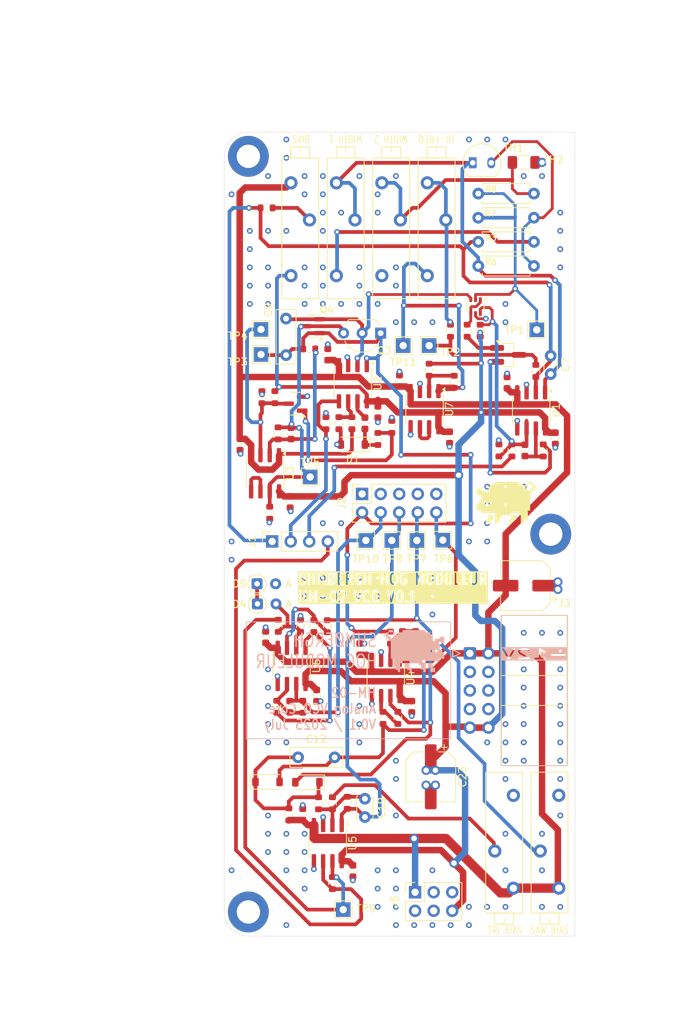
<source format=kicad_pcb>
(kicad_pcb (version 20241229) (generator "pcbnew") (generator_version "9.0")
  (layers (0 "F.Cu" signal) (4 "In1.Cu" power "GND1") (6 "In2.Cu" power "GND2") (2 "B.Cu" signal) (13 "F.Paste" user) (15 "B.Paste" user) (5 "F.SilkS" user "F.Silkscreen") (7 "B.SilkS" user "B.Silkscreen") (1 "F.Mask" user) (3 "B.Mask" user) (25 "Edge.Cuts" user))
  (net 0 "")
  (net 1 "GND")
  (net 2 "+12V")
  (net 3 "-12V")
  (net 4 "Net-(C7-Pad2)")
  (net 5 "CV")
  (net 6 "Net-(C8-Pad2)")
  (net 7 "/Raw oscillator/I_REF")
  (net 8 "Net-(Q1B-C2)")
  (net 9 "RAW_SAW")
  (net 10 "Net-(Q3-G)")
  (net 11 "Net-(U3-+)")
  (net 12 "Net-(C11-Pad1)")
  (net 13 "Net-(D1-K)")
  (net 14 "SAW_INV")
  (net 15 "Net-(D2-K)")
  (net 16 "TRI")
  (net 17 "Net-(U5A--)")
  (net 18 "Net-(U6B--)")
  (net 19 "SQR")
  (net 20 "SAW")
  (net 21 "Net-(D4-A)")
  (net 22 "Net-(D4-K)")
  (net 23 "FM")
  (net 24 "SQR_SHAPE")
  (net 25 "HARD_SYNC")
  (net 26 "Net-(Q1A-B1)")
  (net 27 "Net-(Q1A-E1)")
  (net 28 "Net-(Q2-E)")
  (net 29 "/Raw oscillator/HI_FREQ_COMP")
  (net 30 "Net-(Q2-B)")
  (net 31 "Net-(Q5-B)")
  (net 32 "Net-(Q5-C)")
  (net 33 "Net-(R1-Pad1)")
  (net 34 "Net-(R3-Pad2)")
  (net 35 "Net-(R6-Pad2)")
  (net 36 "Net-(R8-Pad2)")
  (net 37 "Net-(R12-Pad2)")
  (net 38 "Net-(U2B--)")
  (net 39 "Net-(U4A--)")
  (net 40 "Net-(R24-Pad2)")
  (net 41 "Net-(R28-Pad2)")
  (net 42 "Net-(U4B--)")
  (net 43 "Net-(R32-Pad2)")
  (net 44 "Net-(U6A-+)")
  (net 45 "Net-(R35-Pad1)")
  (net 46 "Net-(U7A--)")
  (net 47 "-5V")
  (net 48 "Net-(U3-BAL)")
  (net 49 "Net-(U7B--)")
  (footprint "Potentiometer_THT:Potentiometer_Bourns_3006P_Horizontal" (layer "F.Cu") (at 139.355053 63.628185 -90)
    (property "Reference" "R_WIDTH1")
    (property "Value" "See t.comp. table")
  )
  (footprint "Resistor_SMD:R_0603_1608Metric" (layer "F.Cu") (at 131.368 85.2105 90)
    (property "Reference" "R19")
    (property "Value" "330k")
  )
  (footprint "Resistor_SMD:R_0603_1608Metric" (layer "F.Cu") (at 152.053 76.49972 -90)
    (property "Reference" "R39")
    (property "Value" "240k")
  )
  (footprint "Potentiometer_THT:Potentiometer_Bourns_3006P_Horizontal" (layer "F.Cu") (at 151.801053 63.628185 -90)
    (property "Reference" "R_HIFREQ1")
    (property "Value" "2k (prec)")
  )
  (footprint "Capacitor_SMD:C_0603_1608Metric" (layer "F.Cu") (at 147.989 78.02372 -90)
    (property "Reference" "C22")
    (property "Value" "100n")
  )
  (footprint "Resistor_SMD:R_1206_3216Metric_Pad1.30x1.75mm_HandSolder" (layer "F.Cu") (at 164.999 48.133)
    (property "Reference" "TH2")
    (property "Value" "PTS120602B100RP100")
  )
  (footprint "Resistor_SMD:R_0603_1608Metric" (layer "F.Cu") (at 155.482 78.15072 -90)
    (property "Reference" "R40")
    (property "Value" "100k")
  )
  (footprint "Capacitor_SMD:C_0603_1608Metric" (layer "F.Cu") (at 169.325 85.89072 -90)
    (property "Reference" "C5")
    (property "Value" "100n")
  )
  (footprint "Potentiometer_THT:Potentiometer_Bourns_3006P_Horizontal" (layer "F.Cu") (at 133.132053 63.628185 -90)
    (property "Reference" "R_BIAS1")
    (property "Value" "100k (prec)")
  )
  (footprint "Resistor_SMD:R_0603_1608Metric" (layer "F.Cu") (at 129.794 54.356 180)
    (property "Reference" "R1")
    (property "Value" "100k")
  )
  (footprint "Resistor_SMD:R_0603_1608Metric" (layer "F.Cu") (at 129.159 80.2575 -90)
    (property "Reference" "R18")
    (property "Value" "100k")
  )
  (footprint "Resistor_SMD:R_0603_1608Metric" (layer "F.Cu") (at 147.766 124.142 -90)
    (property "Reference" "R30")
    (property "Value" "100k")
  )
  (footprint "Resistor_SMD:R_0603_1608Metric" (layer "F.Cu") (at 163.384778 87.54172 90)
    (property "Reference" "R4")
    (property "Value" "1M")
  )
  (footprint "Resistor_SMD:R_0603_1608Metric" (layer "F.Cu") (at 148.401 113.093 90)
    (property "Reference" "R26")
    (property "Value" "27k")
  )
  (footprint "Resistor_SMD:R_0603_1608Metric" (layer "F.Cu") (at 167.674 87.54872 90)
    (property "Reference" "R9")
    (property "Value" "1.5k")
  )
  (footprint "Package_SO:SOIC-8_3.9x4.9mm_P1.27mm" (layer "F.Cu") (at 151.418 81.89572 -90)
    (property "Reference" "U7")
    (property "Value" "TL072")
  )
  (footprint "Package_SO:SOIC-8_3.9x4.9mm_P1.27mm" (layer "F.Cu") (at 133.223 117.03 -90)
    (property "Reference" "U6")
    (property "Value" "TL072")
  )
  (footprint "Connector_PinSocket_2.54mm:PinSocket_2x03_P2.54mm_Vertical" (layer "F.Cu") (at 150.129 148 90)
    (property "Reference" "J5")
    (property "Value" "Conn_02x03_Odd_Even")
  )
  (footprint "Shmoergh_Custom_Footprints:R_Axial_DIN0207_L6.3mm_D2.5mm_P7.62mm_Horizontal" (layer "F.Cu") (at 158.776 62.3065)
    (property "Reference" "R6")
    (property "Value" "See t.comp. table")
  )
  (footprint "Resistor_SMD:R_0603_1608Metric" (layer "F.Cu") (at 134.747 122.618 -90)
    (property "Reference" "R38")
    (property "Value" "100k")
  )
  (footprint "" (layer "F.Cu") (at 170.18 45.466)
    (property "Reference" "")
    (property "Value" "")
  )
  (footprint "Package_SO:SOIC-8_3.9x4.9mm_P1.27mm" (layer "F.Cu") (at 138.176 141.287 -90)
    (property "Reference" "U5")
    (property "Value" "TL072")
  )
  (footprint "MountingHole:MountingHole_3.2mm_M3_DIN965_Pad" (layer "F.Cu") (at 168.7 99)
    (property "Reference" "H2")
    (property "Value" "MountingHole")
  )
  (footprint "Capacitor_SMD:C_0603_1608Metric" (layer "F.Cu") (at 134.747 137.35 -90)
    (property "Reference" "C16")
    (property "Value" "100n")
  )
  (footprint "Capacitor_SMD:C_0603_1608Metric" (layer "F.Cu") (at 143.256 83.8265 -90)
    (property "Reference" "C11")
    (property "Value" "47p")
  )
  (footprint "Resistor_SMD:R_0603_1608Metric" (layer "F.Cu") (at 139.7 83.8135 90)
    (property "Reference" "R14")
    (property "Value" "10k")
  )
  (footprint "Resistor_SMD:R_0603_1608Metric" (layer "F.Cu") (at 134.4422 111.5436 90)
    (property "Reference" "R34")
    (property "Value" "220k")
  )
  (footprint "Diode_THT:D_DO-34_SOD68_P2.54mm_Vertical_AnodeUp" (layer "F.Cu") (at 128.49153 105.791)
    (property "Reference" "D5")
    (property "Value" "5.1V")
  )
  (footprint "Package_SO:SOIC-8_3.9x4.9mm_P1.27mm" (layer "F.Cu") (at 166.023 82.06772 -90)
    (property "Reference" "U1")
    (property "Value" "TL072")
  )
  (footprint "" (layer "F.Cu") (at 145.288 152.527)
    (property "Reference" "")
    (property "Value" "")
  )
  (footprint "Capacitor_SMD:C_0603_1608Metric" (layer "F.Cu") (at 136.652 121.094 -90)
    (property "Reference" "C13")
    (property "Value" "100n")
  )
  (footprint "Capacitor_SMD:C_0603_1608Metric" (layer "F.Cu") (at 133.146 85.2105 90)
    (property "Reference" "C10")
    (property "Value" "22p")
  )
  (footprint "Diode_SMD:D_SOD-123" (layer "F.Cu") (at 129.921 132.905)
    (property "Reference" "D3")
    (property "Value" "1N4148")
  )
  (footprint "Capacitor_SMD:C_0603_1608Metric" (layer "F.Cu") (at 149.671 122.618 -90)
    (property "Reference" "C17")
    (property "Value" "100n")
  )
  (footprint "MountingHole:MountingHole_3.2mm_M3_DIN965_Pad" (layer "F.Cu") (at 127.3 47.3)
    (property "Reference" "H1")
    (property "Value" "MountingHole")
  )
  (footprint "Shmoergh_Custom_Footprints:R_Axial_DIN0207_L6.3mm_D2.5mm_P7.62mm_Horizontal" (layer "F.Cu") (at 158.776 52.4005)
    (property "Reference" "R8")
    (property "Value" "See t.comp. table")
  )
  (footprint "Resistor_SMD:R_0603_1608Metric" (layer "F.Cu") (at 159.038 71.16572 90)
    (property "Reference" "R10")
    (property "Value" "1M")
  )
  (footprint "Shmoergh_Logo:Gyeszno" (layer "F.Cu") (at 162.687 94.742)
    (property "Reference" "G***" (hide yes))
    (property "Value" "LOGO" (hide yes))
  )
  (footprint "Package_TO_SOT_SMD:SOT-363_SC-70-6" (layer "F.Cu") (at 158.403 67.86372 -90)
    (property "Reference" "Q1")
    (property "Value" "BC847BS")
  )
  (footprint "Connector_PinSocket_2.54mm:PinSocket_2x05_P2.54mm_Vertical" (layer "F.Cu") (at 142.875 93.5 90)
    (property "Reference" "J2")
    (property "Value" "Conn_02x05_Odd_Even")
  )
  (footprint "Resistor_SMD:R_0603_1608Metric" (layer "F.Cu") (at 146.939 84.3215 90)
    (property "Reference" "R22")
    (property "Value" "47k")
  )
  (footprint "Resistor_SMD:R_0603_1608Metric" (layer "F.Cu") (at 166.658 76.66972 90)
    (property "Reference" "R2")
    (property "Value" "150k")
  )
  (footprint "Capacitor_SMD:C_0603_1608Metric" (layer "F.Cu") (at 145.034 82.2895 -90)
    (property "Reference" "C3")
    (property "Value" "100n")
  )
  (footprint "Package_TO_SOT_SMD:SOT-23_Handsoldering" (layer "F.Cu") (at 162.848 74.46772)
    (property "Reference" "Q2")
    (property "Value" "MMBT3906")
  )
  (footprint "Package_SO:SOIC-8_3.9x4.9mm_P1.27mm" (layer "F.Cu") (at 141.605 78.3525 -90)
    (property "Reference" "U2")
    (property "Value" "TL072")
  )
  (footprint "TestPoint:TestPoint_THTPad_2.0x2.0mm_Drill1.0mm" (layer "F.Cu") (at 129.032 74.4155)
    (property "Reference" "TP3")
    (property "Value" "RAW_SAW")
  )
  (footprint "TestPoint:TestPoint_THTPad_2.0x2.0mm_Drill1.0mm" (layer "F.Cu") (at 166.785 71.03872)
    (property "Reference" "TP1")
    (property "Value" "-18mV/V")
  )
  (footprint "Potentiometer_THT:Potentiometer_Bourns_3006P_Horizontal" (layer "F.Cu") (at 163.582194 134.748327 90)
    (property "Reference" "RV_TRI_BIAS1")
    (property "Value" "100k")
  )
  (footprint "Resistor_SMD:R_0603_1608Metric" (layer "F.Cu") (at 131.3942 111.5436 90)
    (property "Reference" "R32")
    (property "Value" "47k")
  )
  (footprint "Resistor_SMD:R_0603_1608Metric" (layer "F.Cu") (at 161.606778 87.54172 -90)
    (property "Reference" "R5")
    (property "Value" "100k")
  )
  (footprint "TestPoint:TestPoint_THTPad_2.0x2.0mm_Drill1.0mm" (layer "F.Cu") (at 129.032 70.9865)
    (property "Reference" "TP4")
    (property "Value" "VCOVREF")
  )
  (footprint "Diode_THT:D_DO-34_SOD68_P2.54mm_Vertical_AnodeUp" (layer "F.Cu") (at 128.54233 108.5464)
    (property "Reference" "D4")
    (property "Value" "5.1V")
  )
  (footprint "Capacitor_SMD:C_0603_1608Metric" (layer "F.Cu") (at 129.667 113.093 -90)
    (property "Reference" "C14")
    (property "Value" "100n")
  )
  (footprint "Capacitor_SMD:C_0603_1608Metric" (layer "F.Cu") (at 141.605 145.097 -90)
    (property "Reference" "C15")
    (property "Value" "100n")
  )
  (footprint "TestPoint:TestPoint_THTPad_2.0x2.0mm_Drill1.0mm" (layer "F.Cu") (at 146.939 99.862)
    (property "Reference" "TP8")
    (property "Value" "TRI")
  )
  (footprint "Resistor_SMD:R_0603_1608Metric" (layer "F.Cu") (at 137.922 83.8135 90)
    (property "Reference" "R13")
    (property "Value" "1M")
  )
  (footprint "Capacitor_THT:C_Rect_L7.2mm_W2.5mm_P5.00mm_FKS2_FKP2_MKS2_MKP2" (layer "F.Cu") (at 132.461 69.5025 -90)
    (property "Reference" "C9")
    (property "Value" "2.2nF (foil)")
  )
  (footprint "Capacitor_SMD:C_0603_1608Metric" (layer "F.Cu") (at 138.176 74.4155 -90)
    (property "Reference" "C4")
    (property "Value" "100n")
  )
  (footprint "Diode_SMD:D_SOD-123" (layer "F.Cu") (at 135.382 132.953 180)
    (property "Reference" "D2")
    (property "Value" "1N4148")
  )
  (footprint "Capacitor_THT:C_Disc_D3.0mm_W2.0mm_P2.50mm" (layer "F.Cu") (at 143.256 137.711 90)
    (property "Reference" "C19")
    (property "Value" "22p")
  )
  (footprint "Package_SO:SOIC-8_3.9x4.9mm_P1.27mm" (layer "F.Cu") (at 146.115 118.681 -90)
    (property "Reference" "U4")
    (property "Value" "TL072")
  )
  (footprint "Capacitor_THT:C_Disc_D3.0mm_W1.6mm_P2.50mm" (layer "F.Cu") (at 168.69 74.59472 -90)
    (property "Reference" "C7")
    (property "Value" "100p-1n")
  )
  (footprint "Capacitor_SMD:C_0603_1608Metric" (layer "F.Cu") (at 154.847 85.77072 -90)
    (property "Reference" "C21")
    (property "Value" "100n")
  )
  (footprint "" (layer "F.Cu") (at 127.127 96.647)
    (property "Reference" "")
    (property "Value" "")
  )
  (footprint "Resistor_SMD:R_0603_1608Metric" (layer "F.Cu") (at 140.843 135.763 90)
    (property "Reference" "R31")
    (property "Value" "220k")
  )
  (footprint "Resistor_SMD:R_0603_1608Metric" (layer "F.Cu") (at 150.179 113.093 -90)
    (property "Reference" "R24")
    (property "Value" "15k")
  )
  (footprint "Resistor_SMD:R_0603_1608Metric" (layer "F.Cu") (at 136.271 111.569 90)
    (property "Reference" "R35")
    (property "Value" "2.2M")
  )
  (footprint "TestPoint:TestPoint_THTPad_2.0x2.0mm_Drill1.0mm" (layer "F.Cu") (at 148.497 73.19772)
    (property "Reference" "TP11")
    (property "Value" "-5V")
  )
  (footprint "Resistor_SMD:R_0603_1608Metric" (layer "F.Cu") (at 154.974 71.16572 90)
    (property "Reference" "R12")
    (property "Value" "510")
  )
  (footprint "Capacitor_THT:C_Rect_L7.0mm_W2.5mm_P5.00mm" (layer "F.Cu") (at 134.112 129.54)
    (property "Reference" "C12")
    (property "Value" "10p-100p")
  )
  (footprint "Capacitor_SMD:C_0603_1608Metric" (layer "F.Cu") (at 165.162778 87.54172 -90)
    (property "Reference" "C8")
    (property "Value" "100p")
  )
  (footprint "Capacitor_SMD:C_0603_1608Metric" (layer "F.Cu") (at 126.161 86.7345 90)
    (property "Reference" "C2")
    (property "Value" "100n")
  )
  (footprint "Resistor_SMD:R_0603_1608Metric" (layer "F.Cu") (at 145.034 85.9725 90)
    (property "Reference" "R21")
    (property "Value" "100k")
  )
  (footprint "Diode_SMD:D_SOD-123" (layer "F.Cu") (at 141.605 86.7345 180)
    (property "Reference" "D1")
    (property "Value" "1N4148")
  )
  (footprint "Package_SO:SOIC-8_3.9x4.9mm_P1.27mm" (layer "F.Cu") (at 129.59 90.6715 -90)
    (property "Reference" "U3")
    (property "Value" "LM311")
  )
  (footprint "Package_TO_SOT_SMD:SOT-23" (layer "F.Cu") (at 136.0955 70.5445 180)
    (property "Reference" "Q4")
    (property "Value" "MMBFJ111")
  )
  (footprint "Potentiometer_THT:Potentiometer_Bourns_3006P_Horizontal" (layer "F.Cu") (at 169.805194 134.739327 90)
    (property "Reference" "RV_SAW_BIAS1")
    (property "Value" "10k")
  )
  (footprint "TestPoint:TestPoint_THTPad_2.0x2.0mm_Drill1.0mm" (layer "F.Cu") (at 153.924 99.822)
    (property "Reference" "TP6")
    (property "Value" "SAWInv")
  )
  (footprint "Resistor_SMD:R_0603_1608Metric" (layer "F.Cu") (at 146.75 113.157 90)
    (property "Reference" "R23")
    (property "Value" "15k")
  )
  (footprint "TestPoint:TestPoint_THTPad_2.0x2.0mm_Drill1.0mm" (layer "F.Cu") (at 135.763 91.1795)
    (property "Reference" "TP5")
    (property "Value" "Reset OUT")
  )
  (footprint "Resistor_SMD:R_0603_1608Metric" (layer "F.Cu") (at 141.478 83.8135 -90)
    (property "Reference" "R15")
    (property "Value" "100k")
  )
  (footprint "Shmoergh_Custom_Footprints:R_Axial_DIN0207_L6.3mm_D2.5mm_P7.62mm_Horizontal" (layer "F.Cu") (at 158.776 59.0045)
    (property "Reference" "R3")
    (property "Value" "See t.comp. table")
  )
  (footprint "Connector_IDC:IDC-Header_2x05_P2.54mm_Horizontal" (layer "F.Cu") (at 157.6245 115.316)
    (property "Reference" "J3")
    (property "Value" "Conn_02x05_Odd_Even")
  )
  (footprint "Resistor_SMD:R_0603_1608Metric" (layer "F.Cu") (at 130.937 80.2575 90)
    (property "Reference" "R17")
    (property "Value" "150k")
  )
  (footprint "Resistor_SMD:R_0603_1608Metric" (layer "F.Cu") (at 138.811 146.748 90)
    (property "Reference" "R37")
    (property "Value" "100k")
  )
  (footprint "Capacitor_SMD:C_0603_1608Metric" (layer "F.Cu") (at 142.559 114.744 -90)
    (property "Reference" "C18")
    (property "Value" "100n")
  )
  (footprint "TestPoint:TestPoint_THTPad_2.0x2.0mm_Drill1.0mm" (layer "F.Cu") (at 152.053 73.19772)
    (property "Reference" "TP2")
    (property "Value" "HiFreq")
  )
  (footprint "TestPoint:TestPoint_THTPad_2.0x2.0mm_Drill1.0mm" (layer "F.Cu") (at 140.2842 150.3802)
    (property "Reference" "TP9")
    (property "Value" "PW")
  )
  (footprint "Capacitor_SMD:C_0603_1608Metric" (layer "F.Cu") (at 162.721 78.27072 -90)
    (property "Reference" "C6")
    (property "Value" "100n")
  )
  (footprint "Resistor_SMD:R_0603_1608Metric" (layer "F.Cu") (at 131.191 122.618 -90)
    (property "Reference" "R36")
    (property "Value" "240k")
  )
  (footprint "Capacitor_SMD:CP_Elec_6.3x7.7" (layer "F.Cu") (at 165.227 106.045 180)
    (property "Reference" "C24")
    (property "Value" "100u")
  )
  (footprint "Resistor_SMD:R_0603_1608Metric" (layer "F.Cu") (at 135.636 73.6535)
    (property "Reference" "R16")
    (property "Value" "22k")
  )
  (footprint "Package_TO_SOT_SMD:SOT-23" (layer "F.Cu") (at 133.731 81.1465 180)
    (property "Reference" "Q5")
    (property "Value" "MMBT5551")
  )
  (footprint "Capacitor_SMD:CP_Elec_6.3x7.7" (layer "F.Cu") (at 152.273 132.207 -90)
    (property "Reference" "C23")
    (property "Value" "100u")
  )
  (footprint "TestPoint:TestPoint_THTPad_2.0x2.0mm_Drill1.0mm" (layer "F.Cu") (at 150.368 99.862)
    (property "Reference" "TP7")
    (property "Value" "SAW")
  )
  (footprint "MountingHole:MountingHole_3.2mm_M3_DIN965_Pad" (layer "F.Cu") (at 127.3 150.7)
    (property "Reference" "H3")
    (property "Value" "MountingHole")
  )
  (footprint "Shmoergh_Custom_Footprints:R_Axial_DIN0207_L6.3mm_D2.5mm_P7.62mm_Horizontal" (layer "F.Cu") (at 166.396 55.7025 180)
    (property "Reference" "R7")
    (property "Value" "See t.comp. table")
  )
  (footprint "Capacitor_SMD:C_0603_1608Metric" (layer "F.Cu") (at 133.019 94.6085 -90)
    (property "Reference" "C1")
    (property "Value" "100n")
  )
  (footprint "Resistor_SMD:R_0603_1608Metric" (layer "F.Cu") (at 136.906 135.826 90)
    (property "Reference" "R27")
    (property "Value" "100k")
  )
  (footprint "Connector_PinSocket_2.54mm:PinSocket_1x04_P2.54mm_Vertical" (layer "F.Cu") (at 130.556 100 90)
    (property "Reference" "J1")
    (property "Value" "Conn_01x04")
  )
  (footprint "Capacitor_SMD:C_0603_1608Metric" (layer "F.Cu") (at 132.969 122.618 90)
    (property "Reference" "C20")
    (property "Value" "33p")
  )
  (footprint "Resistor_SMD:R_0603_1608Metric" (layer "F.Cu") (at 157.26 71.16572 -90)
    (property "Reference" "R11")
    (property "Value" "1.5k")
  )
  (footprint "Package_TO_SOT_THT:TO-92-2" (layer "F.Cu") (at 158.014 48.1885)
    (property "Reference" "TH1")
    (property "Value" "See t.comp. table")
  )
  (footprint "Resistor_SMD:R_0603_1608Metric" (layer "F.Cu") (at 132.842 137.35 -90)
    (property "Reference" "R25")
    (property "Value" "100k")
  )
  (footprint "Resistor_SMD:R_0603_1608Metric" (layer "F.Cu") (at 138.0998 111.5944 90)
    (property "Reference" "R33")
    (property "Value" "2.2k")
  )
  (footprint "Resistor_SMD:R_0603_1608Metric" (layer "F.Cu") (at 145.734 124.142 -90)
    (property "Reference" "R29")
    (property "Value" "100k")
  )
  (footprint "Resistor_SMD:R_0603_1608Metric" (layer "F.Cu") (at 138.811 135.826 90)
    (property "Reference" "R28")
    (property "Value" "100k")
  )
  (footprint "Package_TO_SOT_THT:TO-92_Inline_Wide" (layer "F.Cu") (at 145.415 71.4945 180)
    (property "Reference" "Q3")
    (property "Value" "J111")
  )
  (footprint "Potentiometer_THT:Potentiometer_Bourns_3006P_Horizontal" (layer "F.Cu") (at 145.578053 63.628185 -90)
    (property "Reference" "R_WIDTH2")
    (property "Value" "See t.comp. table")
  )
  (footprint "TestPoint:TestPoint_THTPad_2.0x2.0mm_Drill1.0mm" (layer "F.Cu") (at 143.383 99.862)
    (property "Reference" "TP10")
    (property "Value" "SQR")
  )
  (footprint "Resistor_SMD:R_0603_1608Metric" (layer "F.Cu") (at 130.225 96.0685 -90)
    (property "Reference" "R20")
    (property "Value" "2.2k")
  )
  (footprint "Shmoergh_Logo:Gyeszno" (layer "B.Cu") (at 150 115 180)
    (property "Reference" "G***" (hide yes))
    (property "Value" "LOGO" (hide yes))
  )
  (gr_rect (start 161.925 110.109) (end 170.942 130.683) (stroke (width 0.1)) (fill no) (layer "B.SilkS"))
  (gr_line (start 155.321 114.808) (end 156.337 115.316) (stroke (width 0.1)) (layer "B.SilkS"))
  (gr_line (start 155.321 115.824) (end 155.321 114.808) (stroke (width 0.1)) (layer "B.SilkS"))
  (gr_rect (start 127 111) (end 155 127) (stroke (width 0.1)) (fill no) (layer "B.SilkS"))
  (gr_line (start 156.337 115.316) (end 155.321 115.824) (stroke (width 0.1)) (layer "B.SilkS"))
  (gr_line (start 127.3 44) (end 172 44) (stroke (width 0.05)) (layer "Edge.Cuts"))
  (gr_arc (start 127.3 154) (mid 124.966548 153.033452) (end 124 150.7) (stroke (width 0.05)) (layer "Edge.Cuts"))
  (gr_line (start 172 154) (end 127.3 154) (stroke (width 0.05)) (layer "Edge.Cuts"))
  (gr_arc (start 124 47.3) (mid 124.966548 44.966548) (end 127.3 44) (stroke (width 0.05)) (layer "Edge.Cuts"))
  (gr_line (start 124 150.7) (end 124 47.3) (stroke (width 0.05)) (layer "Edge.Cuts"))
  (gr_line (start 172 44) (end 172 154) (stroke (width 0.05)) (layer "Edge.Cuts"))
  (gr_text "BIAS" (at 134.493 44.323 180) (layer "F.SilkS") (effects (font (size 1 0.75) (thickness 0.1)) (justify bottom)))
  (gr_text "SHMØERGH HOG MODULEUR\nHM-02 VCO V0.1" (at 133.985 108.458 0) (layer "F.SilkS" knockout) (effects (font (size 1.5 1.25) (thickness 0.2) (bold yes)) (justify left bottom)))
  (gr_text "HI-FREQ" (at 153.035 44.323 180) (layer "F.SilkS") (effects (font (size 1 0.75) (thickness 0.1)) (justify bottom)))
  (gr_text "WIDTH 1" (at 140.589 44.323 180) (layer "F.SilkS") (effects (font (size 1 0.75) (thickness 0.1)) (justify bottom)))
  (gr_text "WIDTH 2" (at 146.812 44.323 180) (layer "F.SilkS") (effects (font (size 1 0.75) (thickness 0.1)) (justify bottom)))
  (gr_text "SAW BIAS" (at 168.529 153.797 0) (layer "F.SilkS") (effects (font (size 1 0.75) (thickness 0.1)) (justify bottom)))
  (gr_text "TRI BIAS" (at 162.433 153.797 0) (layer "F.SilkS") (effects (font (size 1 0.75) (thickness 0.1)) (justify bottom)))
  (gr_text "SHMØERGH \nHOG MODULEUR" (at 145.034 117.475 0) (layer "B.SilkS") (effects (font (size 1.8 1.4) (thickness 0.2)) (justify left bottom mirror)))
  (gr_text "-12V" (at 171.323 116.205 0) (layer "B.SilkS" knockout) (effects (font (size 1.3 2.3) (thickness 0.25) (bold yes)) (justify left bottom mirror)))
  (gr_text "HM-02 \nAnalog VCO Core\nV0.1 / 2025 July" (at 144.907 125.857 0) (layer "B.SilkS") (effects (font (size 1.35 1.15) (thickness 0.2) (bold yes)) (justify left bottom mirror)))
  (segment (start 139.955 84.8935) (end 139.7 84.6385) (width 0.508) (layer "F.Cu") (net 1))
  (segment (start 158.403 69.186578) (end 158.403 68.81372) (width 0.381) (layer "F.Cu") (net 1))
  (segment (start 158.746642 69.53022) (end 158.403 69.186578) (width 0.381) (layer "F.Cu") (net 1))
  (segment (start 159.813939 69.514105) (end 159.797824 69.53022) (width 0.381) (layer "F.Cu") (net 1))
  (segment (start 159.797824 69.53022) (end 158.746642 69.53022) (width 0.381) (layer "F.Cu") (net 1))
  (segment (start 139.955 86.7345) (end 139.955 84.8935) (width 0.508) (layer "F.Cu") (net 1))
  (via (at 125 100) (size 0.8) (drill 0.4) (layers "F.Cu" "B.Cu") (net 1))
  (via (at 135 105) (size 0.8) (drill 0.4) (layers "F.Cu" "B.Cu") (net 1))
  (via (at 142.5 50) (size 0.8) (drill 0.4) (layers "F.Cu" "B.Cu") (net 1))
  (via (at 130 127.5) (size 0.8) (drill 0.4) (layers "F.Cu" "B.Cu") (net 1))
  (via (at 147.5 137.5) (size 0.8) (drill 0.4) (layers "F.Cu" "B.Cu") (net 1))
  (via (at 137.5 105) (size 0.8) (drill 0.4) (layers "F.Cu" "B.Cu") (net 1))
  (via (at 146.939 83.0515) (size 0.8) (drill 0.4) (layers "F.Cu" "B.Cu") (net 1))
  (via (at 159.813939 69.514105) (size 0.8) (drill 0.4) (layers "F.Cu" "B.Cu") (net 1))
  (via (at 125 102.5) (size 0.8) (drill 0.4) (layers "F.Cu" "B.Cu") (net 1))
  (via (at 170 57.5) (size 0.8) (drill 0.4) (layers "F.Cu" "B.Cu") (net 1))
  (via (at 137.5 107.5) (size 0.8) (drill 0.4) (layers "F.Cu" "B.Cu") (net 1))
  (via (at 135.382 80.1305) (size 0.8) (drill 0.4) (layers "F.Cu" "B.Cu") (net 1))
  (via (at 127.5 67.5) (size 0.8) (drill 0.4) (layers "F.Cu" "B.Cu") (net 1))
  (via (at 135 62.5) (size 0.8) (drill 0.4) (layers "F.Cu" "B.Cu") (net 1))
  (via (at 162.721 77.00772) (size 0.8) (drill 0.4) (layers "F.Cu" "B.Cu") (net 1))
  (via (at 137.5 65) (size 0.8) (drill 0.4) (layers "F.Cu" "B.Cu") (net 1))
  (via (at 170 137.5) (size 0.8) (drill 0.4) (layers "F.Cu" "B.Cu") (net 1))
  (via (at 127.5 62.5) (size 0.8) (drill 0.4) (layers "F.Cu" "B.Cu") (net 1))
  (via (at 142.5 127.5) (size 0.8) (drill 0.4) (layers "F.Cu" "B.Cu") (net 1))
  (via (at 137.5 55) (size 0.8) (drill 0.4) (layers "F.Cu" "B.Cu") (net 1))
  (via (at 130 57.5) (size 0.8) (drill 0.4) (layers "F.Cu" "B.Cu") (net 1))
  (via (at 137.5 62.5) (size 0.8) (drill 0.4) (layers "F.Cu" "B.Cu") (net 1))
  (via (at 132.5 127.5) (size 0.8) (drill 0.4) (layers "F.Cu" "B.Cu") (net 1))
  (via (at 132.5 47.5) (size 0.8) (drill 0.4) (layers "F.Cu" "B.Cu") (net 1))
  (via (at 157.5 152.5) (size 0.8) (drill 0.4) (layers "F.Cu" "B.Cu") (net 1))
  (via (at 149.513 85.38972) (size 0.8) (drill 0.4) (layers "F.Cu" "B.Cu") (net 1))
  (via (at 130 117.5) (size 0.8) (drill 0.4) (layers "F.Cu" "B.Cu") (net 1))
  (via (at 162.5 140) (size 0.8) (drill 0.4) (layers "F.Cu" "B.Cu") (net 1))
  (via (at 127.5 65) (size 0.8) (drill 0.4) (layers "F.Cu" "B.Cu") (net 1))
  (via (at 140 55) (size 0.8) (drill 0.4) (layers "F.Cu" "B.Cu") (net 1))
  (via (at 151.638 133.35) (size 1.27) (drill 0.75) (layers "F.Cu" "B.Cu") (net 1))
  (via (at 132.5 45) (size 0.8) (drill 0.4) (layers "F.Cu" "B.Cu") (net 1))
  (via (at 170 120) (size 0.8) (drill 0.4) (layers "F.Cu" "B.Cu") (net 1))
  (via (at 145 105) (size 0.8) (drill 0.4) (layers "F.Cu" "B.Cu") (net 1))
  (via (at 147.5 65) (size 0.8) (drill 0.4) (layers "F.Cu" "B.Cu") (net 1))
  (via (at 147.5 130) (size 0.8) (drill 0.4) (layers "F.Cu" "B.Cu") (net 1))
  (via (at 169.672 105.537) (size 1.27) (drill 0.75) (layers "F.Cu" "B.Cu") (net 1))
  (via (at 139.446 86.7345) (size 0.8) (drill 0.4) (layers "F.Cu" "B.Cu") (net 1))
  (via (at 157.5 100) (size 0.8) (drill 0.4) (layers "F.Cu" "B.Cu") (net 1))
  (via (at 145 52.5) (size 0.8) (drill 0.4) (layers "F.Cu" "B.Cu") (net 1))
  (via (at 152.5 145) (size 0.8) (drill 0.4) (layers "F.Cu" "B.Cu") (net 1))
  (via (at 147.5 152.5) (size 0.8) (drill 0.4) (layers "F.Cu" "B.Cu") (net 1))
  (via (at 135 52.5) (size 0.8) (drill 0.4) (layers "F.Cu" "B.Cu") (net 1))
  (via (at 137.5 67.5) (size 0.8) (drill 0.4) (layers "F.Cu" "B.Cu") (net 1))
  (via (at 145.034 83.6865) (size 0.8) (drill 0.4) (layers "F.Cu" "B.Cu") (net 1))
  (via (at 126.238 88.0045) (size 0.8) (drill 0.4) (layers "F.Cu" "B.Cu") (net 1))
  (via (at 165 112.5) (size 0.8) (drill 0.4) (layers "F.Cu" "B.Cu") (net 1))
  (via (at 132.5 145) (size 0.8) (drill 0.4) (layers "F.Cu" "B.Cu") (net 1))
  (via (at 170 130) (size 0.8) (drill 0.4) (layers "F.Cu" "B.Cu") (net 1))
  (via (at 137.5 57.5) (size 0.8) (drill 0.4) (layers "F.Cu" "B.Cu") (net 1))
  (via (at 149.671 123.888) (size 0.8) (drill 0.4) (layers "F.Cu" "B.Cu") (net 1))
  (via (at 132.5 57.5) (size 0.8) (drill 0.4) (layers "F.Cu" "B.Cu") (net 1))
  (via (at 155 152.5) (size 0.8) (drill 0.4) (layers "F.Cu" "B.Cu") (net 1))
  (via (at 169.325 87.16772) (size 0.8) (drill 0.4) (layers "F.Cu" "B.Cu") (net 1))
  (via (at 130 140) (size 0.8) (drill 0.4) (layers "F.Cu" "B.Cu") (net 1))
  (via (at 145 107.5) (size 0.8) (drill 0.4) (layers "F.Cu" "B.Cu") (net 1))
  (via (at 130.175 97.409) (size 0.8) (drill 0.4) (layers "F.Cu" "B.Cu") (net 1))
  (via (at 137.5 97.5) (size 0.8) (drill 0.4) (layers "F.Cu" "B.Cu") (net 1))
  (via (at 170 117.5) (size 0.8) (drill 0.4) (layers "F.Cu" "B.Cu") (net 1))
  (via (at 140 67.5) (size 0.8) (drill 0.4) (layers "F.Cu" "B.Cu") (net 1))
  (via (at 160 92.5) (size 0.8) (drill 0.4) (layers "F.Cu" "B.Cu") (net 1))
  (via (at 152.5 110) (size 0.8) (drill 0.4) (layers "F.Cu" "B.Cu") (net 1))
  (via (at 147.5 145) (size 0.8) (drill 0.4) (layers "F.Cu" "B.Cu") (net 1))
  (via (at 167.5 140) (size 0.8) (drill 0.4) (layers "F.Cu" "B.Cu") (net 1))
  (via (at 144.21 122.237) (size 0.8) (drill 0.4) (layers "F.Cu" "B.Cu") (net 1))
  (via (at 162.5 132.5) (size 0.8) (drill 0.4) (layers "F.Cu" "B.Cu") (net 1))
  (via (at 145 55) (size 0.8) (drill 0.4) (layers "F.Cu" "B.Cu") (net 1))
  (via (at 130 62.5) (size 0.8) (drill 0.4) (layers "F.Cu" "B.Cu") (net 1))
  (via (at 135 145) (size 0.8) (drill 0.4) (layers "F.Cu" "B.Cu") (net 1))
  (via (at 130 120) (size 0.8) (drill 0.4) (layers "F.Cu" "B.Cu") (net 1))
  (via (at 164.118 83.48472) (size 0.8) (drill 0.4) (layers "F.Cu" "B.Cu") (net 1))
  (via (at 150 152.5) (size 0.8) (drill 0.4) (layers "F.Cu" "B.Cu") (net 1))
  (via (at 167.5 150) (size 0.8) (drill 0.4) (layers "F.Cu" "B.Cu") (net 1))
  (via (at 162.5 145) (size 0.8) (drill 0.4) (layers "F.Cu" "B.Cu") (net 1))
  (via (at 137.5 52.5) (size 0.8) (drill 0.4) (layers "F.Cu" "B.Cu") (net 1))
  (via (at 142.5 62.5) (size 0.8) (drill 0.4) (layers "F.Cu" "B.Cu") (net 1))
  (via (at 142.5 105) (size 0.8) (drill 0.4) (layers "F.Cu" "B.Cu") (net 1))
  (via (at 137.1854 121.856) (size 0.8) (drill 0.4) (layers "F.Cu" "B.Cu") (net 1))
  (via (at 160 95) (size 0.8) (drill 0.4) (layers "F.Cu" "B.Cu") (net 1))
  (via (at 134.747 136.08) (size 0.8) (drill 0.4) (layers "F.Cu" "B.Cu") (net 1))
  (via (at 130 122.5) (size 0.8) (drill 0.4) (layers "F.Cu" "B.Cu") (net 1))
  (via (at 165 92.5) (size 0.8) (drill 0.4) (layers "F.Cu" "B.Cu") (net 1))
  (via (at 157.5 150) (size 0.8) (drill 0.4) (layers "F.Cu" "B.Cu") (net 1))
  (via (at 162.5 150) (size 0.8) (drill 0.4) (layers "F.Cu" "B.Cu") (net 1))
  (via (at 135 67.5) (size 0.8) (drill 0.4) (layers "F.Cu" "B.Cu") (net 1))
  (via (at 142.5 107.5) (size 0.8) (drill 0.4) (layers "F.Cu" "B.Cu") (net 1))
  (via (at 127.5 57.5) (size 0.8) (drill 0.4) (layers "F.Cu" "B.Cu") (net 1))
  (via (at 130 142.5) (size 0.8) (drill 0.4) (layers "F.Cu" "B.Cu") (net 1))
  (via (at 165 130) (size 0.8) (drill 0.4) (layers "F.Cu" "B.Cu") (net 1))
  (via (at 162.5 127.5) (size 0.8) (drill 0.4) (layers "F.Cu" "B.Cu") (net 1))
  (via (at 129.667 111.7468) (size 0.8) (drill 0.4) (layers "F.Cu" "B.Cu") (net 1))
  (via (at 147.5 150) (size 0.8) (drill 0.4) (layers "F.Cu" "B.Cu") (net 1))
  (via (at 125 145) (size 0.8) (drill 0.4) (layers "F.Cu" "B.Cu") (net 1))
  (via (at 152.5 70) (size 0.8) (drill 0.4) (layers "F.Cu" "B.Cu") (net 1))
  (via (at 129.159 79.8765) (size 0.8) (drill 0.4) (layers "F.Cu" "B.Cu") (net 1))
  (via (at 152.5 105) (size 0.8) (drill 0.4) (layers "F.Cu" "B.Cu") (net 1))
  (via (at 165 50) (size 0.8) (drill 0.4) (layers "F.Cu" "B.Cu") (net 1))
  (via (at 165.388 78.53172) (size 0.8) (drill 0.4) (layers "F.Cu" "B.Cu") (net 1))
  (via (at 147.5 70) (size 0.8) (drill 0.4) (layers "F.Cu" "B.Cu") (net 1))
  (via (at 134.4422 110.172) (size 0.8) (drill 0.4) (layers "F.Cu" "B.Cu") (net 1))
  (via (at 130 50) (size 0.8) (drill 0.4) (layers "F.Cu" "B.Cu") (net 1))
  (via (at 132.5 142.5) (size 0.8) (drill 0.4) (layers "F.Cu" "B.Cu") (net 1))
  (via (at 147.5 147.5) (size 0.8) (drill 0.4) (layers "F.Cu" "B.Cu") (net 1))
  (via (at 141.605 146.367) (size 0.8) (drill 0.4) (layers "F.Cu" "B.Cu") (net 1))
  (via (at 160 45) (size 0.8) (drill 0.4) (layers "F.Cu" "B.Cu") (net 1))
  (via (at 162.5 67.5) (size 0.8) (drill 0.4) (layers "F.Cu" "B.Cu") (net 1))
  (via (at 165 120) (size 0.8) (drill 0.4) (layers "F.Cu" "B.Cu") (net 1))
  (via (at 138.176 73.0185) (size 0.8) (drill 0.4) (layers "F.Cu" "B.Cu") (net 1))
  (via (at 125 52.5) (size 0.8) (drill 0.4) (layers "F.Cu" "B.Cu") (net 1))
  (via (at 135 65) (size 0.8) (drill 0.4) (layers "F.Cu" "B.Cu") (net 1))
  (via (at 157.5 45) (size 0.8) (drill 0.4) (layers "F.Cu" "B.Cu") (net 1))
  (via (at 145 150) (size 0.8) (drill 0.4) (layers "F.Cu" "B.Cu") (net 1))
  (via (at 150.783 78.40472) (size 0.8) (drill 0.4) (layers "F.Cu" "B.Cu") (net 1))
  (via (at 142.5 122.5) (size 0.8) (drill 0.4) (layers "F.Cu" "B.Cu") (net 1))
  (via (at 143.194 113.982) (size 0.8) (drill 0.4) (layers "F.Cu" "B.Cu") (net 1))
  (via (at 137.541 137.731) (size 0.8) (drill 0.4) (layers "F.Cu" "B.Cu") (net 1))
  (via (at 167.5 112.5) (size 0.8) (drill 0.4) (layers "F.Cu" "B.Cu") (net 1))
  (via (at 132.5 152.5) (size 0.8) (drill 0.4) (layers "F.Cu" "B.Cu") (net 1))
  (via (at 136.271 144.843) (size 0.8) (drill 0.4) (layers "F.Cu" "B.Cu") (net 1))
  (via (at 162.5 92.5) (size 0.8) (drill 0.4) (layers "F.Cu" "B.Cu") (net 1))
  (via (at 130 125) (size 0.8) (drill 0.4) (layers "F.Cu" "B.Cu") (net 1))
  (via (at 142.5 65) (size 0.8) (drill 0.4) (layers "F.Cu" "B.Cu") (net 1))
  (via (at 161.578 86.15172) (size 0.8) (drill 0.4) (layers "F.Cu" "B.Cu") (net 1))
  (via (at 170 122.5) (size 0.8) (drill 0.4) (layers "F.Cu" "B.Cu") (net 1))
  (via (at 167.5 145) (size 0.8) (drill 0.4) (layers "F.Cu" "B.Cu") (net 1))
  (via (at 135 142.5) (size 0.8) (drill 0.4) (layers "F.Cu" "B.Cu") (net 1))
  (via (at 147.5 50) (size 0.8) (drill 0.4) (layers "F.Cu" "B.Cu") (net 1))
  (via (at 152.908 133.35) (size 1.27) (drill 0.75) (layers "F.Cu" "B.Cu") (net 1))
  (via (at 169.672 106.553) (size 1.27) (drill 0.75) (layers "F.Cu" "B.Cu") (net 1))
  (via (at 165 127.5) (size 0.8) (drill 0.4) (layers "F.Cu" "B.Cu") (net 1))
  (via (at 140 97.5) (size 0.8) (drill 0.4) (layers "F.Cu" "B.Cu") (net 1))
  (via (at 130 67.5) (size 0.8) (drill 0.4) (layers "F.Cu" "B.Cu") (net 1))
  (via (at 147.5 132.5) (size 0.8) (drill 0.4) (layers "F.Cu" "B.Cu") (net 1))
  (via (at 137.5 50) (size 0.8) (drill 0.4) (layers "F.Cu" "B.Cu") (net 1))
  (via (at 135 107.5) (size 0.8) (drill 0.4) (layers "F.Cu" "B.Cu") (net 1))
  (via (at 142.5 67.5) (size 0.8) (drill 0.4) (layers "F.Cu" "B.Cu") (net 1))
  (via (at 167.513 48.133) (size 1.27) (drill 0.75) (layers "F.Cu" "B.Cu") (net 1))
  (via (at 165 117.5) (size 0.8) (drill 0.4) (layers "F.Cu" "B.Cu") (net 1))
  (via (at 170 127.5) (size 0.8) (drill 0.4) (layers "F.Cu" "B.Cu") (net 1))
  (via (at 160 150) (size 0.8) (drill 0.4) (layers "F.Cu" "B.Cu") (net 1))
  (via (at 162.5 95) (size 0.8) (drill 0.4) (layers "F.Cu" "B.Cu") (net 1))
  (via (at 145 145) (size 0.8) (drill 0.4) (layers "F.Cu" "B.Cu") (net 1))
  (via (at 170 112.5) (size 0.8) (drill 0.4) (layers "F.Cu" "B.Cu") (net 1))
  (via (at 145.48 115.125) (size 0.8) (drill 0.4) (layers "F.Cu" "B.Cu") (net 1))
  (via (at 130 137.5) (size 0.8) (drill 0.4) (layers "F.Cu" "B.Cu") (net 1))
  (via (at 130 65) (size 0.8) (drill 0.4) (layers "F.Cu" "B.Cu") (net 1))
  (via (at 162.5 45) (size 0.8) (drill 0.4) (layers "F.Cu" "B.Cu") (net 1))
  (via (at 145 67.5) (size 0.8) (drill 0.4) (layers "F.Cu" "B.Cu") (net 1))
  (via (at 145 147.5) (size 0.8) (drill 0.4) (layers "F.Cu" "B.Cu") (net 1))
  (via (at 170 150) (size 0.8) (drill 0.4) (layers "F.Cu" "B.Cu") (net 1))
  (via (at 133.096 95.8785) (size 0.8) (drill 0.4) (layers "F.Cu" "B.Cu") (net 1))
  (via (at 152.5 107.5) (size 0.8) (drill 0.4) (layers "F.Cu" "B.Cu") (net 1))
  (via (at 147.5 62.5) (size 0.8) (drill 0.4) (layers "F.Cu" "B.Cu") (net 1))
  (via (at 170 115) (size 0.8) (drill 0.4) (layers "F.Cu" "B.Cu") (net 1))
  (via (at 135 147.5) (size 0.8) (drill 0.4) (layers "F.Cu" "B.Cu") (net 1))
  (via (at 160 127.5) (size 0.8) (drill 0.4) (layers "F.Cu" "B.Cu") (net 1))
  (via (at 150 70) (size 0.8) (drill 0.4) (layers "F.Cu" "B.Cu") (net 1))
  (via (at 131.2926 118.4524) (size 0.8) (drill 0.4) (layers "F.Cu" "B.Cu") (net 1))
  (via (at 137.922 82.423) (size 0.8) (drill 0.4) (layers "F.Cu" "B.Cu") (net 1))
  (via (at 170 62.5) (size 0.8) (drill 0.4) (layers "F.Cu" "B.Cu") (net 1))
  (via (at 170 55) (size 0.8) (drill 0.4) (layers "F.Cu" "B.Cu") (net 1))
  (via (at 170 132.5) (size 0.8) (drill 0.4) (layers "F.Cu" "B.Cu") (net 1))
  (via (at 170 60) (size 0.8) (drill 0.4) (layers "F.Cu" "B.Cu") (net 1))
  (via (at 132.5 140) (size 0.8) (drill 0.4) (layers "F.Cu" "B.Cu") (net 1))
  (via (at 135 140) (size 0.8) (drill 0.4) (layers "F.Cu" "B.Cu") (net 1))
  (via (at 167.5 50) (size 0.8) (drill 0.4) (layers "F.Cu" "B.Cu") (net 1))
  (via (at 152.5 152.5) (size 0.8) (drill 0.4) (layers "F.Cu" "B.Cu") (net 1))
  (via (at 162.5 70) (size 0.8) (drill 0.4) (layers "F.Cu" "B.Cu") (net 1))
  (via (at 160 100) (size 0.8) (drill 0.4) (layers "F.Cu" "B.Cu") (net 1))
  (via (at 140.843 74.7965) (size 0.8) (drill 0.4) (layers "F.Cu" "B.Cu") (net 1))
  (via (at 147.989 76.75372) (size 0.8) (drill 0.4) (layers "F.Cu" "B.Cu") (net 1))
  (via (at 135 50) (size 0.8) (drill 0.4) (layers "F.Cu" "B.Cu") (net 1))
  (via (at 162.5 130) (size 0.8) (drill 0.4) (layers "F.Cu" "B.Cu") (net 1))
  (via (at 142.5 125) (size 0.8) (drill 0.4) (layers "F.Cu" "B.Cu") (net 1))
  (via (at 170 125) (size 0.8) (drill 0.4) (layers "F.Cu" "B.Cu") (net 1))
  (via (at 160 97.5) (size 0.8) (drill 0.4) (layers "F.Cu" "B.Cu") (net 1))
  (via (at 127.5 60) (size 0.8) (drill 0.4) (layers "F.Cu" "B.Cu") (net 1))
  (via (at 162.5 125) (size 0.8) (drill 0.4) (layers "F.Cu" "B.Cu") (net 1))
  (via (at 165 122.5) (size 0.8) (drill 0.4) (layers "F.Cu" "B.Cu") (net 1))
  (via (at 165 125) (size 0.8) (drill 0.4) (layers "F.Cu" "B.Cu") (net 1))
  (via (at 154.847 87.04072) (size 0.8) (drill 0.4) (layers "F.Cu" "B.Cu") (net 1))
  (segment (start 157.6245 125.476) (end 160.1645 125.476) (width 0.889) (layer "F.Cu") (net 2))
  (segment (start 142.517999 78.8605) (end 143.51 79.852501) (width 0.508) (layer "F.Cu") (net 2))
  (segment (start 135.572 117.729) (end 135.128 118.173) (width 0.889) (layer "F.Cu") (net 2))
  (segment (start 130.937 79.4325) (end 131.509 78.8605) (width 0.508) (layer "F.Cu") (net 2))
  (segment (start 140.081 143.762) (end 141.045 143.762) (width 0.889) (layer "F.Cu") (net 2))
  (segment (start 133.019 93.8335) (end 132.182 93.8335) (width 0.889) (layer "F.Cu") (net 2))
  (segment (start 140.716 142.24) (end 140.081 142.875) (width 0.889) (layer "F.Cu") (net 2))
  (segment (start 167.17772 82.34172) (end 159.165 82.34172) (width 0.889) (layer "F.Cu") (net 2))
  (segment (start 139.8465 93.8335) (end 140.462 93.218) (width 0.889) (layer "F.Cu") (net 2))
  (segment (start 141.045 143.762) (end 141.605 144.322) (width 0.889) (layer "F.Cu") (net 2))
  (segment (start 153.948 84.99572) (end 153.323 84.37072) (width 0.889) (layer "F.Cu") (net 2))
  (segment (start 135.128 119.505) (end 135.838 119.505) (width 0.889) (layer "F.Cu") (net 2))
  (segment (start 141.351 90.932) (end 156.083 90.932) (width 0.889) (layer "F.Cu") (net 2))
  (segment (start 135.128 118.173) (end 135.128 119.505) (width 0.889) (layer "F.Cu") (net 2))
  (segment (start 152.908 129.507) (end 154.305 128.11) (width 0.889) (layer "F.Cu") (net 2))
  (segment (start 152.654 119.126) (end 147.955 119.126) (width 0.889) (layer "F.Cu") (net 2))
  (segment (start 153.323 82.34172) (end 147.735 82.34172) (width 0.889) (layer "F.Cu") (net 2))
  (segment (start 132.182 93.8335) (end 131.495 93.1465) (width 0.889) (layer "F.Cu") (net 2))
  (segment (start 157.6245 125.476) (end 157.4975 125.349) (width 0.889) (layer "F.Cu") (net 2))
  (segment (start 145.034 80.6385) (end 145.034 81.5145) (width 0.889) (layer "F.Cu") (net 2))
  (segment (start 168.501 85.11572) (end 167.928 84.54272) (width 0.889) (layer "F.Cu") (net 2))
  (segment (start 154.305 120.777) (end 152.654 119.126) (width 0.889) (layer "F.Cu") (net 2))
  (segment (start 148.02 119.191) (end 147.955 119.126) (width 0.889) (layer "F.Cu") (net 2))
  (segment (start 152.053 75.67472) (end 159.101 75.67472) (width 0.508) (layer "F.Cu") (net 2))
  (segment (start 133.019 93.8335) (end 139.8465 93.8335) (width 0.889) (layer "F.Cu") (net 2))
  (segment (start 155.271 150.54) (end 155.209 150.54) (width 0.889) (layer "F.Cu") (net 2))
  (segment (start 145.034 80.6385) (end 144.845 80.8275) (width 0.889) (layer "F.Cu") (net 2))
  (segment (start 140.462 93.218) (end 140.462 91.821) (width 0.889) (layer "F.Cu") (net 2))
  (segment (start 141.351 119.126) (end 139.954 117.729) (width 0.889) (layer "F.Cu") (net 2))
  (segment (start 153.67 142.24) (end 140.716 142.24) (width 0.889) (layer "F.Cu") (net 2))
  (segment (start 149.671 121.843) (end 148.707 121.843) (width 0.889) (layer "F.Cu") (net 2))
  (segment (start 148.02 121.156) (end 148.02 119.191) (width 0.889) (layer "F.Cu") (net 2))
  (segment (start 148.707 121.843) (end 148.02 121.156) (width 0.889) (layer "F.Cu") (net 2))
  (segment (start 167.928 84.54272) (end 167.928 83.092) (width 0.889) (layer "F.Cu") (net 2))
  (segment (start 167.928 83.092) (end 167.17772 82.34172) (width 0.889) (layer "F.Cu") (net 2))
  (segment (start 147.955 119.126) (end 141.351 119.126) (width 0.889) (layer "F.Cu") (net 2))
  (segment (start 140.462 91.821) (end 141.351 90.932) (width 0.889) (layer "F.Cu") (net 2))
  (segment (start 147.735 82.34172) (end 146.22078 80.8275) (width 0.889) (layer "F.Cu") (net 2))
  (segment (start 157.4975 125.349) (end 154.305 125.349) (width 0.889) (layer "F.Cu") (net 2))
  (segment (start 144.845 80.8275) (end 143.51 80.8275) (width 0.889) (layer "F.Cu") (net 2))
  (segment (start 131 79.4325) (end 131.064 79.3685) (width 0.508) (layer "F.Cu") (net 2))
  (segment (start 155.448 144.018) (end 153.67 142.24) (width 0.889) (layer "F.Cu") (net 2))
  (segment (start 154.847 84.99572) (end 153.948 84.99572) (width 0.889) (layer "F.Cu") (net 2))
  (segment (start 130.937 79.4325) (end 131 79.4325) (width 0.508) (layer "F.Cu") (net 2))
  (segment (start 169.325 85.11572) (end 168.501 85.11572) (width 0.889) (layer "F.Cu") (net 2))
  (segment (start 152.273 129.507) (end 152.908 129.507) (width 0.889) (layer "F.Cu") (net 2))
  (segment (start 131.509 78.8605) (end 142.517999 78.8605) (width 0.508) (layer "F.Cu") (net 2))
  (segment (start 154.305 128.11) (end 154.305 120.777) (width 0.889) (layer "F.Cu") (net 2))
  (segment (start 155.448 144.018) (end 156.7045 145.2745) (width 0.889) (layer "F.Cu") (net 2))
  (segment (start 159.165 82.34172) (end 153.323 82.34172) (width 0.889) (layer "F.Cu") (net 2))
  (segment (start 159.101 75.67472) (end 159.165 75.61072) (width 0.508) (layer "F.Cu") (net 2))
  (segment (start 146.22078 80.8275) (end 144.845 80.8275) (width 0.889) (layer "F.Cu") (net 2))
  (segment (start 143.51 79.852501) (end 143.51 80.8275) (width 0.508) (layer "F.Cu") (net 2))
  (segment (start 139.954 117.729) (end 135.572 117.729) (width 0.889) (layer "F.Cu") (net 2))
  (segment (start 140.081 142.875) (end 140.081 143.762) (width 0.889) (layer "F.Cu") (net 2))
  (segment (start 156.7045 145.2745) (end 156.7045 149.1065) (width 0.889) (layer "F.Cu") (net 2))
  (segment (start 153.323 82.34172) (end 153.323 84.37072) (width 0.889) (layer "F.Cu") (net 2))
  (segment (start 156.7045 149.1065) (end 155.271 150.54) (width 0.889) (layer "F.Cu") (net 2))
  (segment (start 135.838 119.505) (end 136.652 120.319) (width 0.889) (layer "F.Cu") (net 2))
  (via (at 151.638 131.318) (size 1.27) (drill 0.75) (layers "F.Cu" "B.Cu") (net 2))
  (via (at 152.908 131.318) (size 1.27) (drill 0.75) (layers "F.Cu" "B.Cu") (net 2))
  (via (at 155.448 144.018) (size 1.27) (drill 0.75) (layers "F.Cu" "B.Cu") (net 2))
  (via (at 156.083 90.932) (size 1.27) (drill 0.75) (layers "F.Cu" "B.Cu") (net 2))
  (via (at 159.038 71.41972) (size 0.8) (drill 0.4) (layers "F.Cu" "B.Cu") (net 2))
  (via (at 159.165 82.34172) (size 0.8) (drill 0.4) (layers "F.Cu" "B.Cu") (net 2))
  (via (at 159.165 75.61072) (size 0.8) (drill 0.4) (layers "F.Cu" "B.Cu") (net 2))
  (via (at 131.509 78.8605) (size 0.8) (drill 0.4) (layers "F.Cu" "B.Cu") (net 2))
  (segment (start 156.972 132.461) (end 156.972 142.494) (width 0.889) (layer "B.Cu") (net 2))
  (segment (start 131.206 78.5575) (end 131.509 78.8605) (width 0.508) (layer "B.Cu") (net 2))
  (segment (start 161.036 110.871) (end 162.052 111.887) (width 0.889) (layer "B.Cu") (net 2))
  (segment (start 133.132053 63.628185) (end 131.570815 63.628185) (width 0.508) (layer "B.Cu") (net 2))
  (segment (start 152.908 131.318) (end 151.638 131.318) (width 0.889) (layer "B.Cu") (net 2))
  (segment (start 159.131 110.871) (end 161.036 110.871) (width 0.889) (layer "B.Cu") (net 2))
  (segment (start 152.908 131.318) (end 155.829 131.318) (width 0.889) (layer "B.Cu") (net 2))
  (segment (start 162.052 123.5885) (end 160.1645 125.476) (width 0.889) (layer "B.Cu") (net 2))
  (segment (start 159.165 75.61072) (end 159.165 82.34172) (width 0.508) (layer "B.Cu") (net 2))
  (segment (start 159.165 72.68972) (end 159.038 72.56272) (width 0.508) (layer "B.Cu") (net 2))
  (segment (start 156.083 90.932) (end 156.083 86.741) (width 0.889) (layer "B.Cu") (net 2))
  (segment (start 158.369 104.14) (end 158.369 110.109) (width 0.889) (layer "B.Cu") (net 2))
  (segment (start 158.369 104.14) (end 158.369 109.601) (width 0.889) (layer "B.Cu") (net 2))
  (segment (start 156.972 142.494) (end 155.448 144.018) (width 0.889) (layer "B.Cu") (net 2))
  (segment (start 158.369 104.14) (end 156.083 101.854) (width 0.889) (layer "B.Cu") (net 2))
  (segment (start 158.369 110.109) (end 159.131 110.871) (width 0.889) (layer "B.Cu") (net 2))
  (segment (start 156.083 86.741) (end 159.165 83.659) (width 0.889) (layer "B.Cu") (net 2))
  (segment (start 131.206 63.993) (end 131.206 78.5575) (width 0.508) (layer "B.Cu") (net 2))
  (segment (start 131.570815 63.628185) (end 131.206 63.993) (width 0.508) (layer "B.Cu") (net 2))
  (segment (start 162.052 111.887) (end 162.052 123.5885) (width 0.889) (layer "B.Cu") (net 2))
  (segment (start 159.038 72.56272) (end 159.038 71.41972) (width 0.508) (layer "B.Cu") (net 2))
  (segment (start 155.829 131.318) (end 156.972 132.461) (width 0.889) (layer "B.Cu") (net 2))
  (segment (start 159.165 75.61072) (end 159.165 72.68972) (width 0.508) (layer "B.Cu") (net 2))
  (segment (start 156.083 101.854) (end 156.083 90.932) (width 0.889) (layer "B.Cu") (net 2))
  (segment (start 159.165 83.659) (end 159.165 82.34172) (width 0.889) (layer "B.Cu") (net 2))
  (segment (start 141.478 84.6385) (end 141.478 87.4965) (width 0.508) (layer "F.Cu") (net 3))
  (segment (start 167.513 116.459) (end 166.37 115.316) (width 0.889) (layer "F.Cu") (net 3))
  (segment (start 132.387836 116.459) (end 131.318 115.389164) (width 0.889) (layer "F.Cu") (net 3))
  (segment (start 162.527 98.973) (end 170.942 90.558) (width 0.889) (layer "F.Cu") (net 3))
  (segment (start 163.591194 147.439327) (end 163.582194 147.448327) (width 1.27) (layer "F.Cu") (net 3))
  (segment (start 164.118 81.25172) (end 149.513 81.25172) (width 0.889) (layer "F.Cu") (net 3))
  (segment (start 164.118 79.59272) (end 164.118 81.25172) (width 0.889) (layer "F.Cu") (net 3))
  (segment (start 126.8535 85.9595) (end 127.685 86.791) (width 0.889) (layer "F.Cu") (net 3))
  (segment (start 147.989 78.79872) (end 143.728305 78.79872) (width 0.889) (layer "F.Cu") (net 3))
  (segment (start 126.111 85.9095) (end 126.161 85.9595) (width 0.889) (layer "F.Cu") (net 3))
  (segment (start 131.495 89.2745) (end 131.495 88.1965) (width 0.889) (layer "F.Cu") (net 3))
  (segment (start 144.21 116.206) (end 144.21 117.7645) (width 0.889) (layer "F.Cu") (net 3))
  (segment (start 133.132053 50.928185) (end 132.498238 51.562) (width 0.889) (layer "F.Cu") (net 3))
  (segment (start 131.318 115.389164) (end 131.318 114.555) (width 0.889) (layer "F.Cu") (net 3))
  (segment (start 139.7 75.8775) (end 139.7 77.498) (width 0.889) (layer "F.Cu") (net 3))
  (segment (start 127.685 86.791) (end 127.685 88.1965) (width 0.889) (layer "F.Cu") (net 3))
  (segment (start 170.942 90.558) (end 170.942 82.804) (width 0.889) (layer "F.Cu") (net 3))
  (segment (start 167.513 137.287) (end 167.513 116.459) (width 0.889) (layer "F.Cu") (net 3))
  (segment (start 152.5565 117.8265) (end 144.272 117.8265) (width 0.889) (layer "F.Cu") (net 3))
  (segment (start 136.3875 140.6415) (end 136.271 140.525) (width 1.27) (layer "F.Cu") (net 3))
  (segment (start 169.672 139.446) (end 167.513 137.287) (width 0.889) (layer "F.Cu") (net 3))
  (segment (start 132.498238 51.562) (end 126.873 51.562) (width 0.889) (layer "F.Cu") (net 3))
  (segment (start 162.939521 148.091) (end 161.807 148.091) (width 1.27) (layer "F.Cu") (net 3))
  (segment (start 154.3575 140.6415) (end 149.987 140.6415) (width 1.27) (layer "F.Cu") (net 3))
  (segment (start 140.716 116.459) (end 132.387836 116.459) (width 0.889) (layer "F.Cu") (net 3))
  (segment (start 160.1645 109.7105) (end 160.1645 115.316) (width 0.889) (layer "F.Cu") (net 3))
  (segment (start 149.987 140.6415) (end 136.3875 140.6415) (width 1.27) (layer "F.Cu") (net 3))
  (segment (start 170.942 82.804) (end 169.38972 81.25172) (width 0.889) (layer "F.Cu") (net 3))
  (segment (start 126.873 51.562) (end 126.111 52.324) (width 0.889) (layer "F.Cu") (net 3))
  (segment (start 136.271 140.525) (end 136.271 138.812) (width 1.27) (layer "F.Cu") (net 3))
  (segment (start 139.7 75.8125) (end 139.065 75.1775) (width 0.889) (layer "F.Cu") (net 3))
  (segment (start 169.805194 147.439327) (end 163.591194 147.439327) (width 1.27) (layer "F.Cu") (net 3))
  (segment (start 126.111 77.498) (end 139.7 77.498) (width 0.889) (layer "F.Cu") (net 3))
  (segment (start 140.97 88.0045) (end 131.687 88.0045) (width 0.508) (layer "F.Cu") (net 3))
  (segment (start 162.527 106.045) (end 162.527 107.348) (width 0.889) (layer "F.Cu") (net 3))
  (segment (start 134.747 138.125) (end 132.892 138.125) (width 0.889) (layer "F.Cu") (net 3))
  (segment (start 142.559 115.519) (end 143.523 115.519) (width 0.889) (layer "F.Cu") (net 3))
  (segment (start 163.582194 147.448327) (end 162.939521 148.091) (width 1.27) (layer "F.Cu") (net 3))
  (segment (start 164.118 79.59272) (end 163.268 79.59272) (width 0.889) (layer "F.Cu") (net 3))
  (segment (start 144.272 117.8265) (end 142.0835 117.8265) (width 0.889) (layer "F.Cu") (net 3))
  (segment (start 161.807 148.091) (end 154.3575 140.6415) (width 1.27) (layer "F.Cu") (net 3))
  (segment (start 126.161 85.9595) (end 126.8535 85.9595) (width 0.889) (layer "F.Cu") (net 3))
  (segment (start 157.6245 115.316) (end 155.067 115.316) (width 0.889) (layer "F.Cu") (net 3))
  (segment (start 142.427585 77.498) (end 139.7 77.498) (width 0.889) (layer "F.Cu") (net 3))
  (segment (start 162.527 107.348) (end 160.1645 109.7105) (width 0.889) (layer "F.Cu") (net 3))
  (segment (start 157.6245 115.316) (end 160.1645 115.316) (width 0.889) (layer "F.Cu") (net 3))
  (segment (start 131.318 114.555) (end 130.354 114.555) (width 0.889) (layer "F.Cu") (net 3))
  (segment (start 162.527 106.045) (end 162.527 98.973) (width 0.889) (layer "F.Cu") (net 3))
  (segment (start 166.37 115.316) (end 160.1645 115.316) (width 0.889) (layer "F.Cu") (net 3))
  (segment (start 128.677001 90.1635) (end 130.606 90.1635) (width 0.889) (layer "F.Cu") (net 3))
  (segment (start 130.606 90.1635) (end 131.495 89.2745) (width 0.889) (layer "F.Cu") (net 3))
  (segment (start 143.523 115.519) (end 144.21 116.206) (width 0.889) (layer "F.Cu") (net 3))
  (segment (start 169.38972 81.25172) (end 164.118 81.25172) (width 0.889) (layer "F.Cu") (net 3))
  (segment (start 127.685 89.171499) (end 128.677001 90.1635) (width 0.889) (layer "F.Cu") (net 3))
  (segment (start 148.891 78.79872) (end 149.513 79.42072) (width 0.889) (layer "F.Cu") (net 3))
  (segment (start 143.728305 78.79872) (end 142.427585 77.498) (width 0.889) (layer "F.Cu") (net 3))
  (segment (start 131.687 88.0045) (end 131.495 88.1965) (width 0.508) (layer "F.Cu") (net 3))
  (segment (start 139.7 75.8775) (end 139.7 75.8125) (width 0.889) (layer "F.Cu") (net 3))
  (segment (start 132.892 138.125) (end 132.842 138.175) (width 0.889) (layer "F.Cu") (net 3))
  (segment (start 130.354 114.555) (end 129.667 113.868) (width 0.889) (layer "F.Cu") (net 3))
  (segment (start 169.805194 147.439327) (end 169.672 147.306133) (width 0.889) (layer "F.Cu") (net 3))
  (segment (start 147.989 78.79872) (end 148.891 78.79872) (width 0.889) (layer "F.Cu") (net 3))
  (segment (start 142.0835 117.8265) (end 140.716 116.459) (width 0.889) (layer "F.Cu") (net 3))
  (segment (start 138.189 75.1775) (end 138.176 75.1905) (width 0.889) (layer "F.Cu") (net 3))
  (segment (start 144.21 117.7645) (end 144.272 117.8265) (width 0.889) (layer "F.Cu") (net 3))
  (segment (start 149.513 79.42072) (end 149.513 81.25172) (width 0.889) (layer "F.Cu") (net 3))
  (segment (start 139.065 75.1775) (end 138.189 75.1775) (width 0.889) (layer "F.Cu") (net 3))
  (segment (start 169.672 147.306133) (end 169.672 139.446) (width 0.889) (layer "F.Cu") (net 3))
  (segment (start 155.067 115.316) (end 152.5565 117.8265) (width 0.889) (layer "F.Cu") (net 3))
  (segment (start 126.111 52.324) (end 126.111 85.9095) (width 0.889) (layer "F.Cu") (net 3))
  (segment (start 141.478 87.4965) (end 140.97 88.0045) (width 0.508) (layer "F.Cu") (net 3))
  (segment (start 136.271 138.812) (end 135.434 138.812) (width 0.889) (layer "F.Cu") (net 3))
  (segment (start 135.434 138.812) (end 134.747 138.125) (width 0.889) (layer "F.Cu") (net 3))
  (segment (start 163.268 79.59272) (end 162.721 79.04572) (width 0.889) (layer "F.Cu") (net 3))
  (segment (start 127.685 88.1965) (end 127.685 89.171499) (width 0.889) (layer "F.Cu") (net 3))
  (via (at 149.987 140.6415) (size 1.27) (drill 0.75) (layers "F.Cu" "B.Cu") (net 3))
  (segment (start 150.129 140.7835) (end 149.987 140.6415) (width 0.889) (layer "B.Cu") (net 3))
  (segment (start 150.129 148) (end 150.129 140.7835) (width 0.889) (layer "B.Cu") (net 3))
  (segment (start 159.766 63.627) (end 158.776 62.637) (width 0.508) (layer "F.Cu") (net 4))
  (segment (start 167.928 79.59272) (end 167.928 77.85672) (width 0.508) (layer "F.Cu") (net 4))
  (segment (start 139.355053 50.928185) (end 142.094738 48.1885) (width 0.508) (layer "F.Cu") (net 4))
  (segment (start 142.094738 48.1885) (end 158.014 48.1885) (width 0.508) (layer "F.Cu") (net 4))
  (segment (start 158.776 62.637) (end 158.776 62.3065) (width 0.508) (layer "F.Cu") (net 4))
  (segment (start 168.667409 63.627) (end 159.766 63.627) (width 0.508) (layer "F.Cu") (net 4))
  (segment (start 167.928 77.85672) (end 168.69 77.09472) (width 0.508) (layer "F.Cu") (net 4))
  (segment (start 169.297223 64.256814) (end 168.667409 63.627) (width 0.508) (layer "F.Cu") (net 4))
  (via (at 169.297223 64.256814) (size 0.8) (drill 0.4) (layers "F.Cu" "B.Cu") (net 4))
  (segment (start 169.945 75.83972) (end 168.69 77.09472) (width 0.508) (layer "B.Cu") (net 4))
  (segment (start 141.133053 50.928185) (end 141.895053 51.690185) (width 0.508) (layer "B.Cu") (net 4))
  (segment (start 141.895053 51.690185) (end 141.895053 56.008185) (width 0.508) (layer "B.Cu") (net 4))
  (segment (start 156.591 56.388) (end 156.591 49.022) (width 0.508) (layer "B.Cu") (net 4))
  (segment (start 158.776 61.1635) (end 158.776 62.3065) (width 0.508) (layer "B.Cu") (net 4))
  (segment (start 156.591 56.388) (end 156.591 58.9785) (width 0.508) (layer "B.Cu") (net 4))
  (segment (start 169.297223 64.256814) (end 169.297223 64.268223) (width 0.508) (layer "B.Cu") (net 4))
  (segment (start 169.945 64.916) (end 169.945 75.83972) (width 0.508) (layer "B.Cu") (net 4))
  (segment (start 156.591 49.022) (end 157.4245 48.1885) (width 0.508) (layer "B.Cu") (net 4))
  (segment (start 169.297223 64.268223) (end 169.945 64.916) (width 0.508) (layer "B.Cu") (net 4))
  (segment (start 139.355053 50.928185) (end 141.133053 50.928185) (width 0.508) (layer "B.Cu") (net 4))
  (segment (start 156.591 58.9785) (end 158.776 61.1635) (width 0.508) (layer "B.Cu") (net 4))
  (segment (start 157.4245 48.1885) (end 158.014 48.1885) (width 0.508) (layer "B.Cu") (net 4))
  (segment (start 166.658 77.351881) (end 168.69 75.319881) (width 0.508) (layer "F.Cu") (net 5))
  (segment (start 156.744 63.653) (end 157.65272 64.56172) (width 0.508) (layer "F.Cu") (net 5))
  (segment (start 156.744 60.045) (end 156.744 63.653) (width 0.508) (layer "F.Cu") (net 5))
  (segment (start 166.658 77.49472) (end 166.658 79.59272) (width 0.508) (layer "F.Cu") (net 5))
  (segment (start 168.19372 64.56172) (end 168.529 64.897) (width 0.508) (layer "F.Cu") (net 5))
  (segment (start 166.658 77.49472) (end 166.658 77.351881) (width 0.508) (layer "F.Cu") (net 5))
  (segment (start 156.296 59.597) (end 156.744 60.045) (width 0.508) (layer "F.Cu") (net 5))
  (segment (start 128.969 54.356) (end 128.969 58.484) (width 0.508) (layer "F.Cu") (net 5))
  (segment (start 157.65272 64.56172) (end 168.19372 64.56172) (width 0.508) (layer "F.Cu") (net 5))
  (segment (start 158.776 59.0045) (end 157.7845 59.0045) (width 0.508) (layer "F.Cu") (net 5))
  (segment (start 130.082 59.597) (end 137.5 59.597) (width 0.508) (layer "F.Cu") (net 5))
  (segment (start 128.969 54.356) (end 127.381 54.356) (width 0.508) (layer "F.Cu") (net 5))
  (segment (start 137.5 59.597) (end 156.296 59.597) (width 0.508) (layer "F.Cu") (net 5))
  (segment (start 157.7845 59.0045) (end 156.744 60.045) (width 0.508) (layer "F.Cu") (net 5))
  (segment (start 128.969 58.484) (end 130.082 59.597) (width 0.508) (layer "F.Cu") (net 5))
  (segment (start 168.69 75.319881) (end 168.69 74.59472) (width 0.508) (layer "F.Cu") (net 5))
  (via (at 168.529 64.897) (size 0.8) (drill 0.4) (layers "F.Cu" "B.Cu") (net 5))
  (via (at 127.381 54.356) (size 0.8) (drill 0.4) (layers "F.Cu" "B.Cu") (net 5))
  (segment (start 124.714 97.79) (end 126.786 99.862) (width 0.508) (layer "B.Cu") (net 5))
  (segment (start 168.69 65.058) (end 168.529 64.897) (width 0.508) (layer "B.Cu") (net 5))
  (segment (start 127.381 54.356) (end 125.222 54.356) (width 0.508) (layer "B.Cu") (net 5))
  (segment (start 130.418 99.862) (end 130.556 100) (width 0.508) (layer "B.Cu") (net 5))
  (segment (start 125.222 54.356) (end 124.714 54.864) (width 0.508) (layer "B.Cu") (net 5))
  (segment (start 124.714 54.864) (end 124.714 97.79) (width 0.508) (layer "B.Cu") (net 5))
  (segment (start 168.69 74.59472) (end 168.69 65.058) (width 0.508) (layer "B.Cu") (net 5))
  (segment (start 126.786 99.862) (end 130.418 99.862) (width 0.508) (layer "B.Cu") (net 5))
  (segment (start 167.674 88.37372) (end 166.658 88.37372) (width 0.508) (layer "F.Cu") (net 6))
  (segment (start 166.658 88.37372) (end 165.219778 88.37372) (width 0.508) (layer "F.Cu") (net 6))
  (segment (start 166.658 84.54272) (end 166.658 88.37372) (width 0.508) (layer "F.Cu") (net 6))
  (segment (start 165.219778 88.37372) (end 165.162778 88.31672) (width 0.508) (layer "F.Cu") (net 6))
  (segment (start 160.308 67.99072) (end 160.689 68.37172) (width 0.381) (layer "F.Cu") (net 7))
  (segment (start 163.384778 86.71672) (end 165.112778 86.71672) (width 0.508) (layer "F.Cu") (net 7))
  (segment (start 161.606778 88.36672) (end 161.734778 88.36672) (width 0.508) (layer "F.Cu") (net 7))
  (segment (start 165.162778 86.76672) (end 165.388 86.541498) (width 0.508) (layer "F.Cu") (net 7))
  (segment (start 160.689 69.89572) (end 160.244 70.34072) (width 0.381) (layer "F.Cu") (net 7))
  (segment (start 159.053 68.22972) (end 159.292 67.99072) (width 0.381) (layer "F.Cu") (net 7))
  (segment (start 159.292 67.99072) (end 160.308 67.99072) (width 0.381) (layer "F.Cu") (net 7))
  (segment (start 165.388 86.541498) (end 165.388 83.48472) (width 0.508) (layer "F.Cu") (net 7))
  (segment (start 165.112778 86.71672) (end 165.162778 86.76672) (width 0.508) (layer "F.Cu") (net 7))
  (segment (start 159.053 68.81372) (end 159.053 68.22972) (width 0.381) (layer "F.Cu") (net 7))
  (segment (start 160.244 70.34072) (end 159.038 70.34072) (width 0.381) (layer "F.Cu") (net 7))
  (segment (start 161.734778 88.36672) (end 163.384778 86.71672) (width 0.508) (layer "F.Cu") (net 7))
  (segment (start 165.388 84.54272) (end 165.388 85.31972) (width 0.508) (layer "F.Cu") (net 7))
  (segment (start 160.689 68.37172) (end 160.689 69.89572) (width 0.381) (layer "F.Cu") (net 7))
  (via (at 163.356 86.27872) (size 0.8) (drill 0.4) (layers "F.Cu" "B.Cu") (net 7))
  (via (at 160.730569 69.913848) (size 0.8) (drill 0.4) (layers "F.Cu" "B.Cu") (net 7))
  (segment (start 161.29 84.21272) (end 163.356 86.27872) (width 0.508) (layer "B.Cu") (net 7))
  (segment (start 160.730569 69.913848) (end 161.29 70.473279) (width 0.508) (layer "B.Cu") (net 7))
  (segment (start 161.29 70.473279) (end 161.29 84.21272) (width 0.508) (layer "B.Cu") (net 7))
  (segment (start 157.26 66.21272) (end 143.80972 66.21272) (width 0.381) (layer "F.Cu") (net 8))
  (segment (start 132.553 69.5945) (end 132.461 69.5025) (width 0.508) (layer "F.Cu") (net 8))
  (segment (start 142.875 70.3515) (end 142.875 71.4945) (width 0.508) (layer "F.Cu") (net 8))
  (segment (start 157.768 66.72072) (end 157.26 66.21272) (width 0.381) (layer "F.Cu") (net 8))
  (segment (start 137.033 69.5945) (end 142.118 69.5945) (width 0.508) (layer "F.Cu") (net 8))
  (segment (start 143.80972 66.21272) (end 143.764 66.167) (width 0.381) (layer "F.Cu") (net 8))
  (segment (start 137.033 69.5945) (end 132.553 69.5945) (width 0.508) (layer "F.Cu") (net 8))
  (segment (start 142.118 69.5945) (end 142.875 70.3515) (width 0.508) (layer "F.Cu") (net 8))
  (segment (start 157.753 66.73572) (end 157.768 66.72072) (width 0.381) (layer "F.Cu") (net 8))
  (segment (start 157.753 66.91372) (end 157.753 66.73572) (width 0.381) (layer "F.Cu") (net 8))
  (via (at 143.764 66.167) (size 0.8) (drill 0.4) (layers "F.Cu" "B.Cu") (net 8))
  (via (at 142.24 74.9235) (size 0.8) (drill 0.4) (layers "F.Cu" "B.Cu") (net 8))
  (segment (start 142.875 74.2885) (end 142.24 74.9235) (width 0.508) (layer "B.Cu") (net 8))
  (segment (start 143.764 66.167) (end 143.764 70.6055) (width 0.508) (layer "B.Cu") (net 8))
  (segment (start 142.875 71.4945) (end 142.875 74.2885) (width 0.508) (layer "B.Cu") (net 8))
  (segment (start 143.764 70.6055) (end 142.875 71.4945) (width 0.508) (layer "B.Cu") (net 8))
  (segment (start 140.843 98.258) (end 142.875 96.226) (width 0.508) (layer "F.Cu") (net 9))
  (segment (start 137.033 71.4945) (end 138.303 71.4945) (width 0.508) (layer "F.Cu") (net 9))
  (segment (start 134.811 73.6535) (end 133.31 73.6535) (width 0.508) (layer "F.Cu") (net 9))
  (segment (start 139.508 72.6995) (end 144.845 72.6995) (width 0.508) (layer "F.Cu") (net 9))
  (segment (start 134.811 72.1925) (end 134.811 73.6535) (width 0.508) (layer "F.Cu") (net 9))
  (segment (start 142.875 96.226) (end 142.875 96.04) (width 0.508) (layer "F.Cu") (net 9))
  (segment (start 138.303 71.4945) (end 139.508 72.6995) (width 0.508) (layer "F.Cu") (net 9))
  (segment (start 145.415 72.1295) (end 145.415 71.4945) (width 0.508) (layer "F.Cu") (net 9))
  (segment (start 157.734 88.138) (end 148.209 88.138) (width 0.508) (layer "F.Cu") (net 9))
  (segment (start 129.119 74.5025) (end 129.032 74.4155) (width 0.508) (layer "F.Cu") (net 9))
  (segment (start 137.033 71.4945) (end 135.509 71.4945) (width 0.508) (layer "F.Cu") (net 9))
  (segment (start 142.875 96.226) (end 144.185 97.536) (width 0.508) (layer "F.Cu") (net 9))
  (segment (start 144.185 97.536) (end 157.734 97.536) (width 0.508) (layer "F.Cu") (net 9))
  (segment (start 144.845 72.6995) (end 145.415 72.1295) (width 0.508) (layer "F.Cu") (net 9))
  (segment (start 132.461 74.5025) (end 129.119 74.5025) (width 0.508) (layer "F.Cu") (net 9))
  (segment (start 133.31 73.6535) (end 132.461 74.5025) (width 0.508) (layer "F.Cu") (net 9))
  (segment (start 141.923 112.332) (end 141.414 111.823) (width 0.508) (layer "F.Cu") (net 9))
  (segment (start 146.75 112.332) (end 141.923 112.332) (width 0.508) (layer "F.Cu") (net 9))
  (segment (start 135.509 71.4945) (end 134.811 72.1925) (width 0.508) (layer "F.Cu") (net 9))
  (segment (start 140.843 101.854) (end 140.843 98.258) (width 0.508) (layer "F.Cu") (net 9))
  (via (at 141.414 111.823) (size 0.8) (drill 0.4) (layers "F.Cu" "B.Cu") (net 9))
  (via (at 148.209 88.138) (size 0.8) (drill 0.4) (layers "F.Cu" "B.Cu") (net 9))
  (via (at 143.51 74.9235) (size 0.8) (drill 0.4) (layers "F.Cu" "B.Cu") (net 9))
  (via (at 140.843 101.854) (size 0.8) (drill 0.4) (layers "F.Cu" "B.Cu") (net 9))
  (via (at 157.734 88.138) (size 0.8) (drill 0.4) (layers "F.Cu" "B.Cu") (net 9))
  (via (at 157.734 97.536) (size 0.8) (drill 0.4) (layers "F.Cu" "B.Cu") (net 9))
  (segment (start 145.03075 76.95875) (end 145.03075 74.67275) (width 0.508) (layer "B.Cu") (net 9))
  (segment (start 145.415 74.2885) (end 145.03075 74.67275) (width 0.508) (layer "B.Cu") (net 9))
  (segment (start 144.78 74.9235) (end 143.51 74.9235) (width 0.508) (layer "B.Cu") (net 9))
  (segment (start 148.209 88.138) (end 148.209 80.137) (width 0.508) (layer "B.Cu") (net 9))
  (segment (start 145.415 71.4945) (end 145.415 74.2885) (width 0.508) (layer "B.Cu") (net 9))
  (segment (start 140.843 111.252) (end 141.414 111.823) (width 0.508) (layer "B.Cu") (net 9))
  (segment (start 157.734 88.138) (end 157.734 97.536) (width 0.508) (layer "B.Cu") (net 9))
  (segment (start 145.03075 74.67275) (end 144.78 74.9235) (width 0.508) (layer "B.Cu") (net 9))
  (segment (start 148.209 80.137) (end 145.03075 76.95875) (width 0.508) (layer "B.Cu") (net 9))
  (segment (start 140.843 101.854) (end 140.843 111.252) (width 0.508) (layer "B.Cu") (net 9))
  (segment (start 139.766 70.5445) (end 140.335 71.1135) (width 0.508) (layer "F.Cu") (net 10))
  (segment (start 130.225 92.171501) (end 130.225 93.1465) (width 0.508) (layer "F.Cu") (net 10))
  (segment (start 130.225 95.2435) (end 130.225 93.1465) (width 0.508) (layer "F.Cu") (net 10))
  (segment (start 131.368 84.3855) (end 133.096 84.3855) (width 0.508) (layer "F.Cu") (net 10))
  (segment (start 133.159 84.4485) (end 134.239 84.4485) (width 0.508) (layer "F.Cu") (net 10))
  (segment (start 131.217001 91.1795) (end 130.225 92.171501) (width 0.508) (layer "F.Cu") (net 10))
  (segment (start 135.158 70.5445) (end 139.766 70.5445) (width 0.508) (layer "F.Cu") (net 10))
  (segment (start 140.335 71.1135) (end 140.335 71.4945) (width 0.508) (layer "F.Cu") (net 10))
  (segment (start 133.146 84.4355) (end 133.159 84.4485) (width 0.508) (layer "F.Cu") (net 10))
  (segment (start 135.763 91.1795) (end 131.217001 91.1795) (width 0.508) (layer "F.Cu") (net 10))
  (via (at 133.223 83.9405) (size 0.8) (drill 0.4) (layers "F.Cu" "B.Cu") (net 10))
  (via (at 134.493 70.6055) (size 0.8) (drill 0.4) (layers "F.Cu" "B.Cu") (net 10))
  (via (at 134.239 84.4485) (size 0.8) (drill 0.4) (layers "F.Cu" "B.Cu") (net 10))
  (segment (start 134.239 81.1465) (end 134.239 70.8595) (width 0.508) (layer "B.Cu") (net 10))
  (segment (start 133.223 83.9405) (end 133.223 82.1625) (width 0.508) (layer "B.Cu") (net 10))
  (segment (start 134.62 84.8295) (end 134.239 84.4485) (width 0.508) (layer "B.Cu") (net 10))
  (segment (start 133.223 82.1625) (end 134.239 81.1465) (width 0.508) (layer "B.Cu") (net 10))
  (segment (start 134.62 90.0365) (end 134.62 84.8295) (width 0.508) (layer "B.Cu") (net 10))
  (segment (start 134.239 70.8595) (end 134.493 70.6055) (width 0.508) (layer "B.Cu") (net 10))
  (segment (start 135.763 91.1795) (end 134.62 90.0365) (width 0.508) (layer "B.Cu") (net 10))
  (segment (start 133.096 86.0355) (end 133.146 85.9855) (width 0.508) (layer "F.Cu") (net 11))
  (segment (start 136.461 73.6535) (end 136.461 74.0975) (width 0.508) (layer "F.Cu") (net 11))
  (segment (start 131.368 86.0355) (end 130.67 86.0355) (width 0.508) (layer "F.Cu") (net 11))
  (segment (start 130.67 86.0355) (end 130.225 86.4805) (width 0.508) (layer "F.Cu") (net 11))
  (segment (start 131.368 86.0355) (end 133.096 86.0355) (width 0.508) (layer "F.Cu") (net 11))
  (segment (start 130.225 86.4805) (end 130.225 88.1965) (width 0.508) (layer "F.Cu") (net 11))
  (segment (start 136.398 85.9855) (end 133.146 85.9855) (width 0.508) (layer "F.Cu") (net 11))
  (segment (start 136.461 74.0975) (end 136.525 74.1615) (width 0.508) (layer "F.Cu") (net 11))
  (via (at 136.398 85.9855) (size 0.8) (drill 0.4) (layers "F.Cu" "B.Cu") (net 11))
  (via (at 136.525 74.1615) (size 0.8) (drill 0.4) (layers "F.Cu" "B.Cu") (net 11))
  (segment (start 136.398 74.2885) (end 136.525 74.1615) (width 0.508) (layer "B.Cu") (net 11))
  (segment (start 136.398 85.9855) (end 136.398 74.2885) (width 0.508) (layer "B.Cu") (net 11))
  (segment (start 143.256 83.0515) (end 142.24 82.0355) (width 0.508) (layer "F.Cu") (net 12))
  (segment (start 142.24 82.0355) (end 142.24 80.8275) (width 0.508) (layer "F.Cu") (net 12))
  (segment (start 143.256 86.7335) (end 143.255 86.7345) (width 0.508) (layer "F.Cu") (net 13))
  (segment (start 145.034 86.7975) (end 143.318 86.7975) (width 0.508) (layer "F.Cu") (net 13))
  (segment (start 143.318 86.7975) (end 143.255 86.7345) (width 0.508) (layer "F.Cu") (net 13))
  (segment (start 143.256 84.6015) (end 143.256 86.7335) (width 0.508) (layer "F.Cu") (net 13))
  (segment (start 155.702 113.157) (end 152.464 116.395) (width 0.508) (layer "F.Cu") (net 14))
  (segment (start 145.734 128.967) (end 145.734 124.967) (width 0.508) (layer "F.Cu") (net 14))
  (segment (start 132.095 130.795) (end 134.631839 130.795) (width 0.508) (layer "F.Cu") (net 14))
  (segment (start 148.02 114.299) (end 148.02 116.206) (width 0.508) (layer "F.Cu") (net 14))
  (segment (start 153.924 99.822) (end 155.702 101.6) (width 0.508) (layer "F.Cu") (net 14))
  (segment (start 134.631839 130.795) (end 134.743839 130.683) (width 0.508) (layer "F.Cu") (net 14))
  (segment (start 145.161 129.54) (end 145.734 128.967) (width 0.508) (layer "F.Cu") (net 14))
  (segment (start 151.293 125.822) (end 151.322 125.793) (width 0.508) (layer "F.Cu") (net 14))
  (segment (start 131.571 132.905) (end 131.571 131.319) (width 0.508) (layer "F.Cu") (net 14))
  (segment (start 148.401 113.918) (end 148.02 114.299) (width 0.508) (layer "F.Cu") (net 14))
  (segment (start 137.969 130.683) (end 139.112 129.54) (width 0.508) (layer "F.Cu") (net 14))
  (segment (start 131.571 131.319) (end 132.095 130.795) (width 0.508) (layer "F.Cu") (net 14))
  (segment (start 134.743839 130.683) (end 137.969 130.683) (width 0.508) (layer "F.Cu") (net 14))
  (segment (start 151.322 116.395) (end 148.209 116.395) (width 0.508) (layer "F.Cu") (net 14))
  (segment (start 155.702 101.6) (end 155.702 113.157) (width 0.508) (layer "F.Cu") (net 14))
  (segment (start 148.209 116.395) (end 148.02 116.206) (width 0.508) (layer "F.Cu") (net 14))
  (segment (start 139.112 129.54) (end 145.161 129.54) (width 0.508) (layer "F.Cu") (net 14))
  (segment (start 146.589 125.822) (end 151.293 125.822) (width 0.508) (layer "F.Cu") (net 14))
  (segment (start 145.734 124.967) (end 146.589 125.822) (width 0.508) (layer "F.Cu") (net 14))
  (segment (start 152.464 116.395) (end 151.322 116.395) (width 0.508) (layer "F.Cu") (net 14))
  (via (at 151.322 125.793) (size 0.8) (drill 0.4) (layers "F.Cu" "B.Cu") (net 14))
  (via (at 151.322 116.395) (size 0.8) (drill 0.4) (layers "F.Cu" "B.Cu") (net 14))
  (segment (start 151.322 125.793) (end 151.322 116.395) (width 0.508) (layer "B.Cu") (net 14))
  (segment (start 153.035 96.04) (end 153.035 98.933) (width 0.508) (layer "B.Cu") (net 14))
  (segment (start 153.035 98.933) (end 153.924 99.822) (width 0.508) (layer "B.Cu") (net 14))
  (segment (start 130.033 129.54) (end 134.112 129.54) (width 0.508) (layer "F.Cu") (net 15))
  (segment (start 133.413 135.001) (end 132.842 135.572) (width 0.508) (layer "F.Cu") (net 15))
  (segment (start 136.906 132.955) (end 136.908 132.953) (width 0.508) (layer "F.Cu") (net 15))
  (segment (start 128.271 132.905) (end 128.271 131.302) (width 0.508) (layer "F.Cu") (net 15))
  (segment (start 132.842 135.572) (end 132.842 136.525) (width 0.508) (layer "F.Cu") (net 15))
  (segment (start 128.271 135.383) (end 128.271 132.905) (width 0.508) (layer "F.Cu") (net 15))
  (segment (start 136.908 132.953) (end 137.032 132.953) (width 0.508) (layer "F.Cu") (net 15))
  (segment (start 132.842 136.525) (end 129.413 136.525) (width 0.508) (layer "F.Cu") (net 15))
  (segment (start 136.906 135.001) (end 133.413 135.001) (width 0.508) (layer "F.Cu") (net 15))
  (segment (start 129.413 136.525) (end 128.271 135.383) (width 0.508) (layer "F.Cu") (net 15))
  (segment (start 136.906 135.001) (end 136.906 132.955) (width 0.508) (layer "F.Cu") (net 15))
  (segment (start 128.271 131.302) (end 130.033 129.54) (width 0.508) (layer "F.Cu") (net 15))
  (segment (start 142.133 136.588) (end 143.256 137.711) (width 0.508) (layer "F.Cu") (net 16))
  (segment (start 140.843 136.588) (end 142.133 136.588) (width 0.508) (layer "F.Cu") (net 16))
  (segment (start 140.081 138.812) (end 140.081 137.35) (width 0.508) (layer "F.Cu") (net 16))
  (segment (start 140.081 137.35) (end 140.843 136.588) (width 0.508) (layer "F.Cu") (net 16))
  (segment (start 144.272 113.03) (end 141.605 113.03) (width 0.508) (layer "B.Cu") (net 16))
  (segment (start 142.621 132.588) (end 144.653 132.588) (width 0.508) (layer "B.Cu") (net 16))
  (segment (start 145.288 133.223) (end 145.288 137.287) (width 0.508) (layer "B.Cu") (net 16))
  (segment (start 141.605 113.03) (end 140.843 113.792) (width 0.508) (layer "B.Cu") (net 16))
  (segment (start 140.843 113.792) (end 140.843 130.81) (width 0.508) (layer "B.Cu") (net 16))
  (segment (start 144.907 137.668) (end 143.299 137.668) (width 0.508) (layer "B.Cu") (net 16))
  (segment (start 147.955 98.846) (end 147.955 96.04) (width 0.508) (layer "B.Cu") (net 16))
  (segment (start 146.939 110.363) (end 144.272 113.03) (width 0.508) (layer "B.Cu") (net 16))
  (segment (start 146.939 99.862) (end 147.955 98.846) (width 0.508) (layer "B.Cu") (net 16))
  (segment (start 146.939 99.862) (end 146.939 110.363) (width 0.508) (layer "B.Cu") (net 16))
  (segment (start 143.299 137.668) (end 143.256 137.711) (width 0.508) (layer "B.Cu") (net 16))
  (segment (start 140.843 130.81) (end 142.621 132.588) (width 0.508) (layer "B.Cu") (net 16))
  (segment (start 144.653 132.588) (end 145.288 133.223) (width 0.508) (layer "B.Cu") (net 16))
  (segment (start 145.288 137.287) (end 144.907 137.668) (width 0.508) (layer "B.Cu") (net 16))
  (segment (start 138.811 136.651) (end 140.524 134.938) (width 0.508) (layer "F.Cu") (net 17))
  (segment (start 138.811 136.651) (end 136.906 136.651) (width 0.508) (layer "F.Cu") (net 17))
  (segment (start 140.524 134.938) (end 140.843 134.938) (width 0.508) (layer "F.Cu") (net 17))
  (segment (start 138.811 138.812) (end 138.811 136.651) (width 0.508) (layer "F.Cu") (net 17))
  (segment (start 142.983 134.938) (end 143.256 135.211) (width 0.508) (layer "F.Cu") (net 17))
  (segment (start 140.843 134.938) (end 142.983 134.938) (width 0.508) (layer "F.Cu") (net 17))
  (segment (start 134.747 123.443) (end 133.019 123.443) (width 0.508) (layer "F.Cu") (net 18))
  (segment (start 132.791 123.393) (end 131.191 121.793) (width 0.508) (layer "F.Cu") (net 18))
  (segment (start 133.019 123.443) (end 132.969 123.393) (width 0.508) (layer "F.Cu") (net 18))
  (segment (start 131.191 121.793) (end 132.588 120.396) (width 0.508) (layer "F.Cu") (net 18))
  (segment (start 132.969 123.393) (end 132.791 123.393) (width 0.508) (layer "F.Cu") (net 18))
  (segment (start 132.588 120.396) (end 132.588 119.505) (width 0.508) (layer "F.Cu") (net 18))
  (segment (start 136.090852 123.38) (end 134.747 122.036148) (width 0.508) (layer "F.Cu") (net 19))
  (segment (start 133.858 121.793) (end 133.019 121.793) (width 0.508) (layer "F.Cu") (net 19))
  (segment (start 133.858 119.505) (end 133.858 121.793) (width 0.508) (layer "F.Cu") (net 19))
  (segment (start 133.019 121.793) (end 132.969 121.843) (width 0.508) (layer "F.Cu") (net 19))
  (segment (start 139.573 123.38) (end 136.090852 123.38) (width 0.508) (layer "F.Cu") (net 19))
  (segment (start 134.747 122.036148) (end 134.747 121.793) (width 0.508) (layer "F.Cu") (net 19))
  (segment (start 134.747 121.793) (end 133.858 121.793) (width 0.508) (layer "F.Cu") (net 19))
  (via (at 139.573 123.38) (size 0.8) (drill 0.4) (layers "F.Cu" "B.Cu") (net 19))
  (segment (start 145.415 98.084) (end 145.415 96.04) (width 0.508) (layer "B.Cu") (net 19))
  (segment (start 143.383 99.862) (end 143.637 99.862) (width 0.508) (layer "B.Cu") (net 19))
  (segment (start 143.383 99.862) (end 141.057 99.862) (width 0.508) (layer "B.Cu") (net 19))
  (segment (start 143.637 99.862) (end 145.415 98.084) (width 0.508) (layer "B.Cu") (net 19))
  (segment (start 139.573 101.346) (end 139.573 123.38) (width 0.508) (layer "B.Cu") (net 19))
  (segment (start 141.057 99.862) (end 139.573 101.346) (width 0.508) (layer "B.Cu") (net 19))
  (segment (start 152.177 126.461) (end 151.638 127) (width 0.508) (layer "F.Cu") (net 20))
  (segment (start 150.368 110.49) (end 150.0886 110.7694) (width 0.508) (layer "F.Cu") (net 20))
  (segment (start 144.073 131.898) (end 134.787 131.898) (width 0.508) (layer "F.Cu") (net 20))
  (segment (start 134.787 131.898) (end 133.732 132.953) (width 0.508) (layer "F.Cu") (net 20))
  (segment (start 146.75 121.156) (end 146.75 122.301) (width 0.508) (layer "F.Cu") (net 20))
  (segment (start 150.0886 110.7694) (end 138.0998 110.7694) (width 0.508) (layer "F.Cu") (net 20))
  (segment (start 152.211 124.777) (end 152.211 126.427) (width 0.508) (layer "F.Cu") (net 20))
  (segment (start 152.211 124.777) (end 149.226 124.777) (width 0.508) (layer "F.Cu") (net 20))
  (segment (start 148.971 127) (end 144.073 131.898) (width 0.508) (layer "F.Cu") (net 20))
  (segment (start 149.226 124.777) (end 147.766 123.317) (width 0.508) (layer "F.Cu") (net 20))
  (segment (start 151.638 127) (end 148.971 127) (width 0.508) (layer "F.Cu") (net 20))
  (segment (start 146.75 122.301) (end 147.766 123.317) (width 0.508) (layer "F.Cu") (net 20))
  (segment (start 152.211 126.427) (end 152.177 126.461) (width 0.508) (layer "F.Cu") (net 20))
  (via (at 152.211 124.777) (size 0.8) (drill 0.4) (layers "F.Cu" "B.Cu") (net 20))
  (via (at 150.368 110.49) (size 0.8) (drill 0.4) (layers "F.Cu" "B.Cu") (net 20))
  (segment (start 150.495 96.226) (end 150.495 96.04) (width 0.508) (layer "B.Cu") (net 20))
  (segment (start 150.368 99.862) (end 150.368 96.353) (width 0.508) (layer "B.Cu") (net 20))
  (segment (start 150.368 96.353) (end 150.495 96.226) (width 0.508) (layer "B.Cu") (net 20))
  (segment (start 152.211 112.333) (end 152.211 124.777) (width 0.508) (layer "B.Cu") (net 20))
  (segment (start 150.368 110.49) (end 150.368 99.862) (width 0.508) (layer "B.Cu") (net 20))
  (segment (start 150.368 110.49) (end 152.211 112.333) (width 0.508) (layer "B.Cu") (net 20))
  (segment (start 152.338 124.65) (end 152.211 124.777) (width 0.508) (layer "B.Cu") (net 20))
  (segment (start 134.4422 112.3056) (end 133.7818 111.6452) (width 0.508) (layer "F.Cu") (net 21))
  (segment (start 132.6642 111.6452) (end 132.1054 111.6452) (width 0.508) (layer "F.Cu") (net 21))
  (segment (start 134.4422 112.3686) (end 134.4422 112.3056) (width 0.508) (layer "F.Cu") (net 21))
  (segment (start 132.1054 111.6452) (end 131.3942 112.3564) (width 0.508) (layer "F.Cu") (net 21))
  (segment (start 133.858 114.555) (end 133.858 112.9528) (width 0.508) (layer "F.Cu") (net 21))
  (segment (start 131.3942 112.3564) (end 131.3942 112.3686) (width 0.508) (layer "F.Cu") (net 21))
  (segment (start 133.7818 111.6452) (end 132.6642 111.6452) (width 0.508) (layer "F.Cu") (net 21))
  (segment (start 132.6642 110.12827) (end 132.6642 111.6452) (width 0.508) (layer "F.Cu") (net 21))
  (segment (start 131.08233 108.5464) (end 132.6642 110.12827) (width 0.508) (layer "F.Cu") (net 21))
  (segment (start 133.858 112.9528) (end 134.4422 112.3686) (width 0.508) (layer "F.Cu") (net 21))
  (segment (start 128.49153 108.4956) (end 128.54233 108.5464) (width 0.508) (layer "F.Cu") (net 22))
  (segment (start 128.49153 105.791) (end 128.49153 108.4956) (width 0.508) (layer "F.Cu") (net 22))
  (segment (start 139.23928 89.74172) (end 139.065 89.916) (width 0.508) (layer "F.Cu") (net 23))
  (segment (start 152.654 89.74172) (end 139.23928 89.74172) (width 0.508) (layer "F.Cu") (net 23))
  (segment (start 152.654 89.74172) (end 162.009778 89.74172) (width 0.508) (layer "F.Cu") (net 23))
  (segment (start 162.009778 89.74172) (end 163.384778 88.36672) (width 0.508) (layer "F.Cu") (net 23))
  (via (at 139.065 89.916) (size 0.8) (drill 0.4) (layers "F.Cu" "B.Cu") (net 23))
  (segment (start 135.636 96.52) (end 135.636 100) (width 0.508) (layer "B.Cu") (net 23))
  (segment (start 139.065 93.091) (end 135.636 96.52) (width 0.508) (layer "B.Cu") (net 23))
  (segment (start 139.065 89.916) (end 139.065 93.091) (width 0.508) (layer "B.Cu") (net 23))
  (segment (start 135.763 152.4) (end 141.986 152.4) (width 0.508) (layer "F.Cu") (net 24))
  (segment (start 141.35 147.573) (end 138.811 147.573) (width 0.508) (layer "F.Cu") (net 24))
  (segment (start 142.748 151.638) (end 142.748 148.971) (width 0.508) (layer "F.Cu") (net 24))
  (segment (start 138.176 100) (end 138.176 101.727) (width 0.508) (layer "F.Cu") (net 24))
  (segment (start 142.748 148.971) (end 141.35 147.573) (width 0.508) (layer "F.Cu") (net 24))
  (segment (start 138.811 147.573) (end 137.541 146.303) (width 0.508) (layer "F.Cu") (net 24))
  (segment (start 137.287 102.616) (end 126.746 102.616) (width 0.508) (layer "F.Cu") (net 24))
  (segment (start 125.603 103.759) (end 125.603 142.24) (width 0.508) (layer "F.Cu") (net 24))
  (segment (start 141.986 152.4) (end 142.748 151.638) (width 0.508) (layer "F.Cu") (net 24))
  (segment (start 138.176 101.727) (end 137.287 102.616) (width 0.508) (layer "F.Cu") (net 24))
  (segment (start 137.541 146.303) (end 137.541 143.762) (width 0.508) (layer "F.Cu") (net 24))
  (segment (start 126.746 102.616) (end 125.603 103.759) (width 0.508) (layer "F.Cu") (net 24))
  (segment (start 125.603 142.24) (end 135.763 152.4) (width 0.508) (layer "F.Cu") (net 24))
  (segment (start 139.7 80.8275) (end 137.352 80.8275) (width 0.508) (layer "F.Cu") (net 25))
  (segment (start 137.477 84.6385) (end 137.922 84.6385) (width 0.508) (layer "F.Cu") (net 25))
  (segment (start 136.906 81.2735) (end 136.906 84.0675) (width 0.508) (layer "F.Cu") (net 25))
  (segment (start 137.352 80.8275) (end 136.906 81.2735) (width 0.508) (layer "F.Cu") (net 25))
  (segment (start 137.922 85.9725) (end 137.922 84.6385) (width 0.508) (layer "F.Cu") (net 25))
  (segment (start 136.906 84.0675) (end 137.477 84.6385) (width 0.508) (layer "F.Cu") (net 25))
  (via (at 137.922 85.9725) (size 0.8) (drill 0.4) (layers "F.Cu" "B.Cu") (net 25))
  (segment (start 137.922 92.964) (end 137.922 85.9725) (width 0.508) (layer "B.Cu") (net 25))
  (segment (start 133.096 100) (end 133.096 97.79) (width 0.508) (layer "B.Cu") (net 25))
  (segment (start 133.096 97.79) (end 137.922 92.964) (width 0.508) (layer "B.Cu") (net 25))
  (segment (start 163.0865 66.19722) (end 163.0865 66.16022) (width 0.381) (layer "F.Cu") (net 26))
  (segment (start 163.0865 66.16022) (end 163.83 65.41672) (width 0.381) (layer "F.Cu") (net 26))
  (segment (start 158.4185 66.19722) (end 163.0865 66.19722) (width 0.381) (layer "F.Cu") (net 26))
  (segment (start 158.403 66.91372) (end 158.403 66.21272) (width 0.381) (layer "F.Cu") (net 26))
  (segment (start 158.403 66.21272) (end 158.4185 66.19722) (width 0.381) (layer "F.Cu") (net 26))
  (via (at 163.83 65.41672) (size 0.8) (drill 0.4) (layers "F.Cu" "B.Cu") (net 26))
  (segment (start 163.83 55.626) (end 163.83 53.975) (width 0.381) (layer "B.Cu") (net 26))
  (segment (start 163.7535 55.7025) (end 163.83 55.626) (width 0.508) (layer "B.Cu") (net 26))
  (segment (start 162.2555 52.4005) (end 158.776 52.4005) (width 0.381) (layer "B.Cu") (net 26))
  (segment (start 158.776 55.7025) (end 163.7535 55.7025) (width 0.508) (layer "B.Cu") (net 26))
  (segment (start 166.785 71.03872) (end 166.785 68.37172) (width 0.381) (layer "B.Cu") (net 26))
  (segment (start 163.83 65.41672) (end 163.83 55.626) (width 0.381) (layer "B.Cu") (net 26))
  (segment (start 163.83 53.975) (end 162.2555 52.4005) (width 0.381) (layer "B.Cu") (net 26))
  (segment (start 166.785 68.37172) (end 163.83 65.41672) (width 0.381) (layer "B.Cu") (net 26))
  (segment (start 157.753 68.81372) (end 157.753 68.00572) (width 0.381) (layer "F.Cu") (net 27))
  (segment (start 157.753 68.00572) (end 157.895 67.86372) (width 0.381) (layer "F.Cu") (net 27))
  (segment (start 157.753 69.84772) (end 157.26 70.34072) (width 0.381) (layer "F.Cu") (net 27))
  (segment (start 159.053 67.286578) (end 159.053 66.91372) (width 0.381) (layer "F.Cu") (net 27))
  (segment (start 158.475858 67.86372) (end 159.053 67.286578) (width 0.381) (layer "F.Cu") (net 27))
  (segment (start 157.895 67.86372) (end 158.475858 67.86372) (width 0.381) (layer "F.Cu") (net 27))
  (segment (start 157.753 68.81372) (end 157.753 69.84772) (width 0.381) (layer "F.Cu") (net 27))
  (segment (start 158.787 73.51772) (end 157.26 71.99072) (width 0.508) (layer "F.Cu") (net 28))
  (segment (start 161.348 73.51772) (end 158.787 73.51772) (width 0.508) (layer "F.Cu") (net 28))
  (segment (start 166.658 74.97572) (end 166.658 75.84472) (width 0.508) (layer "F.Cu") (net 29))
  (segment (start 154.974 74.08672) (end 154.974 71.99072) (width 0.508) (layer "F.Cu") (net 29))
  (segment (start 166.15 74.46772) (end 166.658 74.97572) (width 0.508) (layer "F.Cu") (net 29))
  (segment (start 164.348 74.46772) (end 155.355 74.46772) (width 0.508) (layer "F.Cu") (net 29))
  (segment (start 164.348 74.46772) (end 166.15 74.46772) (width 0.508) (layer "F.Cu") (net 29))
  (segment (start 152.053 73.19772) (end 154.974 73.19772) (width 0.508) (layer "F.Cu") (net 29))
  (segment (start 155.355 74.46772) (end 154.974 74.08672) (width 0.508) (layer "F.Cu") (net 29))
  (segment (start 167.928 90.59672) (end 168.604 89.92072) (width 0.508) (layer "F.Cu") (net 30))
  (segment (start 168.604 89.92072) (end 168.604 87.65372) (width 0.508) (layer "F.Cu") (net 30))
  (segment (start 160.435 90.59672) (end 167.928 90.59672) (width 0.508) (layer "F.Cu") (net 30))
  (segment (start 168.604 87.65372) (end 167.674 86.72372) (width 0.508) (layer "F.Cu") (net 30))
  (via (at 160.435 90.59672) (size 0.8) (drill 0.4) (layers "F.Cu" "B.Cu") (net 30))
  (via (at 160.435 75.41772) (size 0.8) (drill 0.4) (layers "F.Cu" "B.Cu") (net 30))
  (segment (start 160.435 90.59672) (end 160.435 75.41772) (width 0.508) (layer "B.Cu") (net 30))
  (segment (start 135.128 82.556) (end 134.6685 82.0965) (width 0.508) (layer "F.Cu") (net 31))
  (segment (start 135.128 83.5595) (end 135.128 82.556) (width 0.508) (layer "F.Cu") (net 31))
  (segment (start 146.939 88.1315) (end 146.939 85.1465) (width 0.508) (layer "F.Cu") (net 31))
  (segment (start 135.474 88.8935) (end 146.177 88.8935) (width 0.508) (layer "F.Cu") (net 31))
  (segment (start 145.034 85.1475) (end 146.812 85.1475) (width 0.508) (layer "F.Cu") (net 31))
  (segment (start 146.177 88.8935) (end 146.939 88.1315) (width 0.508) (layer "F.Cu") (net 31))
  (via (at 135.128 83.5595) (size 0.8) (drill 0.4) (layers "F.Cu" "B.Cu") (net 31))
  (via (at 135.474 88.8935) (size 0.8) (drill 0.4) (layers "F.Cu" "B.Cu") (net 31))
  (segment (start 135.474 88.8935) (end 135.509 88.8585) (width 0.508) (layer "B.Cu") (net 31))
  (segment (start 135.509 83.9405) (end 135.128 83.5595) (width 0.508) (layer "B.Cu") (net 31))
  (segment (start 135.509 88.8585) (end 135.509 83.9405) (width 0.508) (layer "B.Cu") (net 31))
  (segment (start 130.937 81.0825) (end 129.159 81.0825) (width 0.508) (layer "F.Cu") (net 32))
  (segment (start 132.7935 81.1465) (end 131.001 81.1465) (width 0.508) (layer "F.Cu") (net 32))
  (segment (start 131.001 81.1465) (end 130.937 81.0825) (width 0.508) (layer "F.Cu") (net 32))
  (segment (start 128.955 88.1965) (end 128.955 83.6865) (width 0.508) (layer "F.Cu") (net 32))
  (segment (start 128.955 83.6865) (end 128.955 82.6205) (width 0.508) (layer "F.Cu") (net 32))
  (segment (start 128.955 82.6205) (end 129.159 82.4165) (width 0.508) (layer "F.Cu") (net 32))
  (segment (start 129.159 82.4165) (end 129.159 81.0825) (width 0.508) (layer "F.Cu") (net 32))
  (via (at 128.955 83.6865) (size 0.8) (drill 0.4) (layers "F.Cu" "B.Cu") (net 32))
  (segment (start 127.127 83.058) (end 127.7555 83.6865) (width 0.508) (layer "B.Cu") (net 32))
  (segment (start 129.032 70.9865) (end 127.5145 70.9865) (width 0.508) (layer "B.Cu") (net 32))
  (segment (start 127.5145 70.9865) (end 127.127 71.374) (width 0.508) (layer "B.Cu") (net 32))
  (segment (start 127.7555 83.6865) (end 128.955 83.6865) (width 0.508) (layer "B.Cu") (net 32))
  (segment (start 127.127 71.374) (end 127.127 83.058) (width 0.508) (layer "B.Cu") (net 32))
  (segment (start 134.019868 54.356) (end 135.672053 56.008185) (width 0.508) (layer "F.Cu") (net 33))
  (segment (start 130.619 54.356) (end 134.019868 54.356) (width 0.508) (layer "F.Cu") (net 33))
  (segment (start 161.443 59.0045) (end 166.396 59.0045) (width 0.508) (layer "F.Cu") (net 34))
  (segment (start 160.0965 57.658) (end 161.443 59.0045) (width 0.508) (layer "F.Cu") (net 34))
  (segment (start 139.446 57.658) (end 160.0965 57.658) (width 0.508) (layer "F.Cu") (net 34))
  (via (at 139.446 57.658) (size 0.8) (drill 0.4) (layers "F.Cu" "B.Cu") (net 34))
  (segment (start 139.355053 63.628185) (end 139.446 63.537238) (width 0.508) (layer "B.Cu") (net 34))
  (segment (start 139.446 63.537238) (end 139.446 57.658) (width 0.508) (layer "B.Cu") (net 34))
  (segment (start 167.666 55.7025) (end 168.91 54.4585) (width 0.381) (layer "F.Cu") (net 35))
  (segment (start 166.8275 45.2885) (end 163.454 45.2885) (width 0.381) (layer "F.Cu") (net 35))
  (segment (start 168.91 47.371) (end 166.8275 45.2885) (width 0.381) (layer "F.Cu") (net 35))
  (segment (start 168.91 54.4585) (end 168.91 47.371) (width 0.381) (layer "F.Cu") (net 35))
  (segment (start 163.454 45.2885) (end 160.554 48.1885) (width 0.381) (layer "F.Cu") (net 35))
  (segment (start 166.396 55.7025) (end 167.666 55.7025) (width 0.381) (layer "F.Cu") (net 35))
  (segment (start 166.396 62.3065) (end 164.872 60.7825) (width 0.381) (layer "B.Cu") (net 35))
  (segment (start 164.872 57.2265) (end 166.396 55.7025) (width 0.381) (layer "B.Cu") (net 35))
  (segment (start 164.872 60.7825) (end 164.872 57.2265) (width 0.381) (layer "B.Cu") (net 35))
  (segment (start 154.305 50.546) (end 163.449 50.546) (width 0.508) (layer "F.Cu") (net 36))
  (segment (start 163.449 51.7395) (end 163.449 48.133) (width 0.381) (layer "F.Cu") (net 36))
  (segment (start 164.11 52.4005) (end 163.449 51.7395) (width 0.381) (layer "F.Cu") (net 36))
  (segment (start 148.118053 56.008185) (end 149.770238 54.356) (width 0.508) (layer "F.Cu") (net 36))
  (segment (start 166.396 52.4005) (end 164.11 52.4005) (width 0.381) (layer "F.Cu") (net 36))
  (segment (start 150.495 54.356) (end 154.305 50.546) (width 0.508) (layer "F.Cu") (net 36))
  (segment (start 149.770238 54.356) (end 150.495 54.356) (width 0.508) (layer "F.Cu") (net 36))
  (segment (start 145.578053 50.928185) (end 147.356053 50.928185) (width 0.508) (layer "B.Cu") (net 36))
  (segment (start 148.118053 51.690185) (end 148.118053 56.008185) (width 0.508) (layer "B.Cu") (net 36))
  (segment (start 147.356053 50.928185) (end 148.118053 51.690185) (width 0.508) (layer "B.Cu") (net 36))
  (via (at 154.94 69.977) (size 0.8) (drill 0.4) (layers "F.Cu" "B.Cu") (net 37))
  (segment (start 151.801053 50.928185) (end 153.452053 50.928185) (width 0.508) (layer "B.Cu") (net 37))
  (segment (start 154.341053 51.817185) (end 154.341053 56.008185) (width 0.508) (layer "B.Cu") (net 37))
  (segment (start 154.432 56.099132) (end 154.341053 56.008185) (width 0.508) (layer "B.Cu") (net 37))
  (segment (start 153.452053 50.928185) (end 154.341053 51.817185) (width 0.508) (layer "B.Cu") (net 37))
  (segment (start 154.432 69.469) (end 154.432 56.099132) (width 0.508) (layer "B.Cu") (net 37))
  (segment (start 154.94 69.977) (end 154.432 69.469) (width 0.508) (layer "B.Cu") (net 37))
  (segment (start 140.97 81.9085) (end 141.351 82.2895) (width 0.508) (layer "F.Cu") (net 38))
  (segment (start 140.97 82.9885) (end 139.7 82.9885) (width 0.508) (layer "F.Cu") (net 38))
  (segment (start 140.97 80.8275) (end 140.97 81.9085) (width 0.508) (layer "F.Cu") (net 38))
  (segment (start 141.478 82.9885) (end 140.97 82.9885) (width 0.508) (layer "F.Cu") (net 38))
  (segment (start 141.351 82.8615) (end 141.478 82.9885) (width 0.508) (layer "F.Cu") (net 38))
  (segment (start 141.351 82.2895) (end 141.351 82.8615) (width 0.508) (layer "F.Cu") (net 38))
  (segment (start 146.75 116.206) (end 146.75 113.982) (width 0.508) (layer "F.Cu") (net 39))
  (segment (start 150.179 112.268) (end 148.401 112.268) (width 0.508) (layer "F.Cu") (net 39))
  (segment (start 146.75 113.919) (end 148.401 112.268) (width 0.508) (layer "F.Cu") (net 39))
  (segment (start 146.75 113.982) (end 146.75 113.919) (width 0.508) (layer "F.Cu") (net 39))
  (segment (start 150.179 113.918) (end 153.542 113.918) (width 0.508) (layer "F.Cu") (net 40))
  (segment (start 153.542 113.918) (end 153.543 113.919) (width 0.508) (layer "F.Cu") (net 40))
  (via (at 153.543 113.919) (size 0.8) (drill 0.4) (layers "F.Cu" "B.Cu") (net 40))
  (segment (start 159.639 135.509) (end 159.639 130.429) (width 0.508) (layer "B.Cu") (net 40))
  (segment (start 166.489327 142.359327) (end 159.639 135.509) (width 0.508) (layer "B.Cu") (net 40))
  (segment (start 159.639 130.429) (end 156.083 126.873) (width 0.508) (layer "B.Cu") (net 40))
  (segment (start 167.265194 142.359327) (end 166.489327 142.359327) (width 0.508) (layer "B.Cu") (net 40))
  (segment (start 156.083 126.873) (end 156.083 116.459) (width 0.508) (layer "B.Cu") (net 40))
  (segment (start 156.083 116.459) (end 153.543 113.919) (width 0.508) (layer "B.Cu") (net 40))
  (segment (start 140.462 133.35) (end 144.653 133.35) (width 0.508) (layer "F.Cu") (net 41))
  (segment (start 160.909 141.224) (end 160.909 142.235133) (width 0.508) (layer "F.Cu") (net 41))
  (segment (start 144.653 133.35) (end 149.225 137.922) (width 0.508) (layer "F.Cu") (net 41))
  (segment (start 157.607 137.922) (end 160.909 141.224) (width 0.508) (layer "F.Cu") (net 41))
  (segment (start 160.909 142.235133) (end 161.042194 142.368327) (width 0.508) (layer "F.Cu") (net 41))
  (segment (start 138.811 135.001) (end 140.462 133.35) (width 0.508) (layer "F.Cu") (net 41))
  (segment (start 149.225 137.922) (end 157.607 137.922) (width 0.508) (layer "F.Cu") (net 41))
  (segment (start 146.0205 123.317) (end 147.6705 124.967) (width 0.508) (layer "F.Cu") (net 42))
  (segment (start 147.6705 124.967) (end 147.766 124.967) (width 0.508) (layer "F.Cu") (net 42))
  (segment (start 145.734 123.317) (end 146.0205 123.317) (width 0.508) (layer "F.Cu") (net 42))
  (segment (start 145.48 121.156) (end 145.48 123.063) (width 0.508) (layer "F.Cu") (net 42))
  (segment (start 145.48 123.063) (end 145.734 123.317) (width 0.508) (layer "F.Cu") (net 42))
  (segment (start 128.3584 110.7186) (end 126.873 112.204) (width 0.508) (layer "F.Cu") (net 43))
  (segment (start 131.3942 110.7186) (end 128.3584 110.7186) (width 0.508) (layer "F.Cu") (net 43))
  (segment (start 126.873 141.859) (end 135.3942 150.3802) (width 0.508) (layer "F.Cu") (net 43))
  (segment (start 138.811 145.923) (end 138.811 143.762) (width 0.508) (layer "F.Cu") (net 43))
  (segment (start 126.873 112.204) (end 126.873 141.859) (width 0.508) (layer "F.Cu") (net 43))
  (segment (start 135.3942 150.3802) (end 140.2842 150.3802) (width 0.508) (layer "F.Cu") (net 43))
  (via (at 139.3698 145.9606) (size 0.8) (drill 0.4) (layers "F.Cu" "B.Cu") (net 43))
  (segment (start 140.2842 146.875) (end 139.3698 145.9606) (width 0.508) (layer "B.Cu") (net 43))
  (segment (start 140.2842 150.3802) (end 140.2842 146.875) (width 0.508) (layer "B.Cu") (net 43))
  (segment (start 135.4074 109.3084) (end 136.271 110.172) (width 0.508) (layer "F.Cu") (net 44))
  (segment (start 136.271 110.172) (end 136.271 110.744) (width 0.508) (layer "F.Cu") (net 44))
  (segment (start 132.588 114.555) (end 132.588 112.9406) (width 0.508) (layer "F.Cu") (net 44))
  (segment (start 136.4244 110.744) (end 138.0998 112.4194) (width 0.508) (layer "F.Cu") (net 44))
  (segment (start 136.271 110.744) (end 136.4244 110.744) (width 0.508) (layer "F.Cu") (net 44))
  (segment (start 132.588 112.9406) (end 132.9182 112.6104) (width 0.508) (layer "F.Cu") (net 44))
  (segment (start 133.731 109.3084) (end 135.4074 109.3084) (width 0.508) (layer "F.Cu") (net 44))
  (via (at 132.9182 112.6104) (size 0.8) (drill 0.4) (layers "F.Cu" "B.Cu") (net 44))
  (via (at 133.731 109.3084) (size 0.8) (drill 0.4) (layers "F.Cu" "B.Cu") (net 44))
  (segment (start 133.4262 109.6132) (end 133.4262 112.1024) (width 0.508) (layer "B.Cu") (net 44))
  (segment (start 133.731 109.3084) (end 133.4262 109.6132) (width 0.508) (layer "B.Cu") (net 44))
  (segment (start 133.4262 112.1024) (end 132.9182 112.6104) (width 0.508) (layer "B.Cu") (net 44))
  (segment (start 138.4554 114.5784) (end 136.271 112.394) (width 0.508) (layer "F.Cu") (net 45))
  (segment (start 132.2456 124.4976) (end 138.4554 124.4976) (width 0.508) (layer "F.Cu") (net 45))
  (segment (start 131.191 123.443) (end 132.2456 124.4976) (width 0.508) (layer "F.Cu") (net 45))
  (segment (start 135.128 113.537) (end 136.271 112.394) (width 0.508) (layer "F.Cu") (net 45))
  (segment (start 135.128 114.555) (end 135.128 113.537) (width 0.508) (layer "F.Cu") (net 45))
  (via (at 138.4554 124.4976) (size 0.8) (drill 0.4) (layers "F.Cu" "B.Cu") (net 45))
  (via (at 138.4554 114.5784) (size 0.8) (drill 0.4) (layers "F.Cu" "B.Cu") (net 45))
  (segment (start 138.4554 124.4976) (end 138.4554 114.5784) (width 0.508) (layer "B.Cu") (net 45))
  (segment (start 152.053 77.32472) (end 155.481 77.32472) (width 0.508) (layer "F.Cu") (net 46))
  (segment (start 155.481 77.32472) (end 155.482 77.32572) (width 0.508) (layer "F.Cu") (net 46))
  (segment (start 152.053 77.32472) (end 152.053 79.42072) (width 0.508) (layer "F.Cu") (net 46))
  (segment (start 153.768 78.97572) (end 153.323 79.42072) (width 0.889) (layer "F.Cu") (net 47))
  (segment (start 155.482 78.97572) (end 153.768 78.97572) (width 0.889) (layer "F.Cu") (net 47))
  (segment (start 156.117 67.73672) (end 148.63572 67.73672) (width 0.508) (layer "F.Cu") (net 47))
  (segment (start 155.482 78.97572) (end 156.562 78.97572) (width 0.508) (layer "F.Cu") (net 47))
  (segment (start 156.562 78.97572) (end 156.625 78.91272) (width 0.508) (layer "F.Cu") (net 47))
  (segment (start 148.63572 67.73672) (end 148.59 67.691) (width 0.508) (layer "F.Cu") (net 47))
  (via (at 156.625 78.91272) (size 0.8) (drill 0.4) (layers "F.Cu" "B.Cu") (net 47))
  (via (at 156.117 67.73672) (size 0.8) (drill 0.4) (layers "F.Cu" "B.Cu") (net 47))
  (via (at 148.59 67.691) (size 0.8) (drill 0.4) (layers "F.Cu" "B.Cu") (net 47))
  (segment (start 148.59 62.484) (end 149.098 61.976) (width 0.508) (layer "B.Cu") (net 47))
  (segment (start 150.148868 61.976) (end 151.801053 63.628185) (width 0.508) (layer "B.Cu") (net 47))
  (segment (start 148.497 67.784) (end 148.497 73.19772) (width 0.508) (layer "B.Cu") (net 47))
  (segment (start 149.098 61.976) (end 150.148868 61.976) (width 0.508) (layer "B.Cu") (net 47))
  (segment (start 156.117 76.11872) (end 156.625 76.62672) (width 0.508) (layer "B.Cu") (net 47))
  (segment (start 156.625 76.62672) (end 156.625 78.91272) (width 0.508) (layer "B.Cu") (net 47))
  (segment (start 148.59 67.691) (end 148.59 62.484) (width 0.508) (layer "B.Cu") (net 47))
  (segment (start 156.117 67.73672) (end 156.117 76.11872) (width 0.508) (layer "B.Cu") (net 47))
  (segment (start 148.59 67.691) (end 148.497 67.784) (width 0.508) (layer "B.Cu") (net 47))
  (segment (start 128.955 91.5605) (end 128.701 91.3065) (width 0.508) (layer "F.Cu") (net 48))
  (segment (start 127.939 91.3065) (end 127.685 91.5605) (width 0.508) (layer "F.Cu") (net 48))
  (segment (start 127.685 91.5605) (end 127.685 93.1465) (width 0.508) (layer "F.Cu") (net 48))
  (segment (start 128.701 91.3065) (end 127.939 91.3065) (width 0.508) (layer "F.Cu") (net 48))
  (segment (start 128.955 93.1465) (end 128.955 91.5605) (width 0.508) (layer "F.Cu") (net 48))
  (segment (start 152.053 85.64372) (end 151.799 85.89772) (width 0.508) (layer "F.Cu") (net 49))
  (segment (start 151.037 85.89772) (end 150.783 85.64372) (width 0.508) (layer "F.Cu") (net 49))
  (segment (start 152.053 84.37072) (end 152.053 85.64372) (width 0.508) (layer "F.Cu") (net 49))
  (segment (start 150.783 85.64372) (end 150.783 84.37072) (width 0.508) (layer "F.Cu") (net 49))
  (segment (start 151.799 85.89772) (end 151.037 85.89772) (width 0.508) (layer "F.Cu") (net 49))
)
</source>
